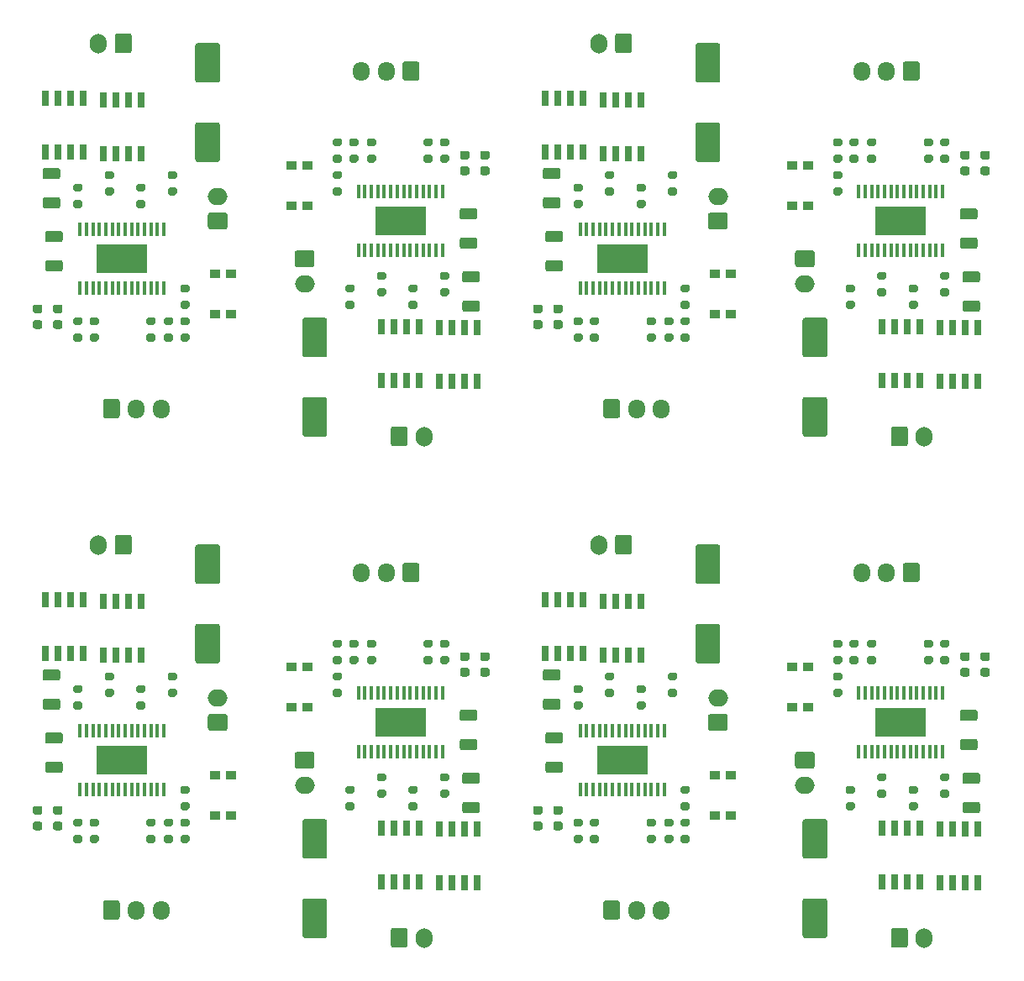
<source format=gts>
%TF.GenerationSoftware,KiCad,Pcbnew,(5.1.8)-1*%
%TF.CreationDate,2021-06-03T01:22:04+09:00*%
%TF.ProjectId,MiniMD,4d696e69-4d44-42e6-9b69-6361645f7063,rev?*%
%TF.SameCoordinates,Original*%
%TF.FileFunction,Soldermask,Top*%
%TF.FilePolarity,Negative*%
%FSLAX46Y46*%
G04 Gerber Fmt 4.6, Leading zero omitted, Abs format (unit mm)*
G04 Created by KiCad (PCBNEW (5.1.8)-1) date 2021-06-03 01:22:04*
%MOMM*%
%LPD*%
G01*
G04 APERTURE LIST*
%ADD10R,0.700000X1.525000*%
%ADD11R,0.450000X1.475000*%
%ADD12R,5.080000X3.000000*%
%ADD13O,2.000000X1.700000*%
%ADD14O,1.700000X1.950000*%
%ADD15O,1.700000X2.000000*%
%ADD16R,1.000000X0.900000*%
G04 APERTURE END LIST*
D10*
%TO.C,IC1*%
X155321000Y-125140000D03*
X156591000Y-125140000D03*
X157861000Y-125140000D03*
X159131000Y-125140000D03*
X159131000Y-119716000D03*
X157861000Y-119716000D03*
X156591000Y-119716000D03*
X155321000Y-119716000D03*
%TD*%
%TO.C,IC2*%
X161163000Y-125267000D03*
X162433000Y-125267000D03*
X163703000Y-125267000D03*
X164973000Y-125267000D03*
X164973000Y-119843000D03*
X163703000Y-119843000D03*
X162433000Y-119843000D03*
X161163000Y-119843000D03*
%TD*%
%TO.C,IC2*%
X193040000Y-148127000D03*
X191770000Y-148127000D03*
X190500000Y-148127000D03*
X189230000Y-148127000D03*
X189230000Y-142703000D03*
X190500000Y-142703000D03*
X191770000Y-142703000D03*
X193040000Y-142703000D03*
%TD*%
%TO.C,IC1*%
X198882000Y-148254000D03*
X197612000Y-148254000D03*
X196342000Y-148254000D03*
X195072000Y-148254000D03*
X195072000Y-142830000D03*
X196342000Y-142830000D03*
X197612000Y-142830000D03*
X198882000Y-142830000D03*
%TD*%
%TO.C,IC1*%
X205740000Y-119716000D03*
X207010000Y-119716000D03*
X208280000Y-119716000D03*
X209550000Y-119716000D03*
X209550000Y-125140000D03*
X208280000Y-125140000D03*
X207010000Y-125140000D03*
X205740000Y-125140000D03*
%TD*%
%TO.C,IC2*%
X211582000Y-119843000D03*
X212852000Y-119843000D03*
X214122000Y-119843000D03*
X215392000Y-119843000D03*
X215392000Y-125267000D03*
X214122000Y-125267000D03*
X212852000Y-125267000D03*
X211582000Y-125267000D03*
%TD*%
%TO.C,IC2*%
X243459000Y-142703000D03*
X242189000Y-142703000D03*
X240919000Y-142703000D03*
X239649000Y-142703000D03*
X239649000Y-148127000D03*
X240919000Y-148127000D03*
X242189000Y-148127000D03*
X243459000Y-148127000D03*
%TD*%
%TO.C,IC1*%
X249301000Y-142830000D03*
X248031000Y-142830000D03*
X246761000Y-142830000D03*
X245491000Y-142830000D03*
X245491000Y-148254000D03*
X246761000Y-148254000D03*
X248031000Y-148254000D03*
X249301000Y-148254000D03*
%TD*%
%TO.C,IC1*%
X249301000Y-97708000D03*
X248031000Y-97708000D03*
X246761000Y-97708000D03*
X245491000Y-97708000D03*
X245491000Y-92284000D03*
X246761000Y-92284000D03*
X248031000Y-92284000D03*
X249301000Y-92284000D03*
%TD*%
%TO.C,IC2*%
X243459000Y-97581000D03*
X242189000Y-97581000D03*
X240919000Y-97581000D03*
X239649000Y-97581000D03*
X239649000Y-92157000D03*
X240919000Y-92157000D03*
X242189000Y-92157000D03*
X243459000Y-92157000D03*
%TD*%
%TO.C,IC2*%
X211582000Y-74721000D03*
X212852000Y-74721000D03*
X214122000Y-74721000D03*
X215392000Y-74721000D03*
X215392000Y-69297000D03*
X214122000Y-69297000D03*
X212852000Y-69297000D03*
X211582000Y-69297000D03*
%TD*%
%TO.C,IC1*%
X205740000Y-74594000D03*
X207010000Y-74594000D03*
X208280000Y-74594000D03*
X209550000Y-74594000D03*
X209550000Y-69170000D03*
X208280000Y-69170000D03*
X207010000Y-69170000D03*
X205740000Y-69170000D03*
%TD*%
%TO.C,IC1*%
X198882000Y-92284000D03*
X197612000Y-92284000D03*
X196342000Y-92284000D03*
X195072000Y-92284000D03*
X195072000Y-97708000D03*
X196342000Y-97708000D03*
X197612000Y-97708000D03*
X198882000Y-97708000D03*
%TD*%
%TO.C,IC2*%
X193040000Y-92157000D03*
X191770000Y-92157000D03*
X190500000Y-92157000D03*
X189230000Y-92157000D03*
X189230000Y-97581000D03*
X190500000Y-97581000D03*
X191770000Y-97581000D03*
X193040000Y-97581000D03*
%TD*%
%TO.C,IC1*%
X155321000Y-69170000D03*
X156591000Y-69170000D03*
X157861000Y-69170000D03*
X159131000Y-69170000D03*
X159131000Y-74594000D03*
X157861000Y-74594000D03*
X156591000Y-74594000D03*
X155321000Y-74594000D03*
%TD*%
%TO.C,IC2*%
X161163000Y-69297000D03*
X162433000Y-69297000D03*
X163703000Y-69297000D03*
X164973000Y-69297000D03*
X164973000Y-74721000D03*
X163703000Y-74721000D03*
X162433000Y-74721000D03*
X161163000Y-74721000D03*
%TD*%
D11*
%TO.C,IC3*%
X167293000Y-132952000D03*
X166643000Y-132952000D03*
X165993000Y-132952000D03*
X165343000Y-132952000D03*
X164693000Y-132952000D03*
X164043000Y-132952000D03*
X163393000Y-132952000D03*
X162743000Y-132952000D03*
X162093000Y-132952000D03*
X161443000Y-132952000D03*
X160793000Y-132952000D03*
X160143000Y-132952000D03*
X159493000Y-132952000D03*
X158843000Y-132952000D03*
X158843000Y-138828000D03*
X159493000Y-138828000D03*
X160143000Y-138828000D03*
X160793000Y-138828000D03*
X161443000Y-138828000D03*
X162093000Y-138828000D03*
X162743000Y-138828000D03*
X163393000Y-138828000D03*
X164043000Y-138828000D03*
X164693000Y-138828000D03*
X165343000Y-138828000D03*
X165993000Y-138828000D03*
X166643000Y-138828000D03*
X167293000Y-138828000D03*
D12*
X163068000Y-135890000D03*
%TD*%
%TO.C,IC3*%
X191135000Y-132080000D03*
D11*
X186910000Y-129142000D03*
X187560000Y-129142000D03*
X188210000Y-129142000D03*
X188860000Y-129142000D03*
X189510000Y-129142000D03*
X190160000Y-129142000D03*
X190810000Y-129142000D03*
X191460000Y-129142000D03*
X192110000Y-129142000D03*
X192760000Y-129142000D03*
X193410000Y-129142000D03*
X194060000Y-129142000D03*
X194710000Y-129142000D03*
X195360000Y-129142000D03*
X195360000Y-135018000D03*
X194710000Y-135018000D03*
X194060000Y-135018000D03*
X193410000Y-135018000D03*
X192760000Y-135018000D03*
X192110000Y-135018000D03*
X191460000Y-135018000D03*
X190810000Y-135018000D03*
X190160000Y-135018000D03*
X189510000Y-135018000D03*
X188860000Y-135018000D03*
X188210000Y-135018000D03*
X187560000Y-135018000D03*
X186910000Y-135018000D03*
%TD*%
D12*
%TO.C,IC3*%
X213487000Y-135890000D03*
D11*
X217712000Y-138828000D03*
X217062000Y-138828000D03*
X216412000Y-138828000D03*
X215762000Y-138828000D03*
X215112000Y-138828000D03*
X214462000Y-138828000D03*
X213812000Y-138828000D03*
X213162000Y-138828000D03*
X212512000Y-138828000D03*
X211862000Y-138828000D03*
X211212000Y-138828000D03*
X210562000Y-138828000D03*
X209912000Y-138828000D03*
X209262000Y-138828000D03*
X209262000Y-132952000D03*
X209912000Y-132952000D03*
X210562000Y-132952000D03*
X211212000Y-132952000D03*
X211862000Y-132952000D03*
X212512000Y-132952000D03*
X213162000Y-132952000D03*
X213812000Y-132952000D03*
X214462000Y-132952000D03*
X215112000Y-132952000D03*
X215762000Y-132952000D03*
X216412000Y-132952000D03*
X217062000Y-132952000D03*
X217712000Y-132952000D03*
%TD*%
%TO.C,IC3*%
X237329000Y-135018000D03*
X237979000Y-135018000D03*
X238629000Y-135018000D03*
X239279000Y-135018000D03*
X239929000Y-135018000D03*
X240579000Y-135018000D03*
X241229000Y-135018000D03*
X241879000Y-135018000D03*
X242529000Y-135018000D03*
X243179000Y-135018000D03*
X243829000Y-135018000D03*
X244479000Y-135018000D03*
X245129000Y-135018000D03*
X245779000Y-135018000D03*
X245779000Y-129142000D03*
X245129000Y-129142000D03*
X244479000Y-129142000D03*
X243829000Y-129142000D03*
X243179000Y-129142000D03*
X242529000Y-129142000D03*
X241879000Y-129142000D03*
X241229000Y-129142000D03*
X240579000Y-129142000D03*
X239929000Y-129142000D03*
X239279000Y-129142000D03*
X238629000Y-129142000D03*
X237979000Y-129142000D03*
X237329000Y-129142000D03*
D12*
X241554000Y-132080000D03*
%TD*%
%TO.C,IC3*%
X241554000Y-81534000D03*
D11*
X237329000Y-78596000D03*
X237979000Y-78596000D03*
X238629000Y-78596000D03*
X239279000Y-78596000D03*
X239929000Y-78596000D03*
X240579000Y-78596000D03*
X241229000Y-78596000D03*
X241879000Y-78596000D03*
X242529000Y-78596000D03*
X243179000Y-78596000D03*
X243829000Y-78596000D03*
X244479000Y-78596000D03*
X245129000Y-78596000D03*
X245779000Y-78596000D03*
X245779000Y-84472000D03*
X245129000Y-84472000D03*
X244479000Y-84472000D03*
X243829000Y-84472000D03*
X243179000Y-84472000D03*
X242529000Y-84472000D03*
X241879000Y-84472000D03*
X241229000Y-84472000D03*
X240579000Y-84472000D03*
X239929000Y-84472000D03*
X239279000Y-84472000D03*
X238629000Y-84472000D03*
X237979000Y-84472000D03*
X237329000Y-84472000D03*
%TD*%
%TO.C,IC3*%
X217712000Y-82406000D03*
X217062000Y-82406000D03*
X216412000Y-82406000D03*
X215762000Y-82406000D03*
X215112000Y-82406000D03*
X214462000Y-82406000D03*
X213812000Y-82406000D03*
X213162000Y-82406000D03*
X212512000Y-82406000D03*
X211862000Y-82406000D03*
X211212000Y-82406000D03*
X210562000Y-82406000D03*
X209912000Y-82406000D03*
X209262000Y-82406000D03*
X209262000Y-88282000D03*
X209912000Y-88282000D03*
X210562000Y-88282000D03*
X211212000Y-88282000D03*
X211862000Y-88282000D03*
X212512000Y-88282000D03*
X213162000Y-88282000D03*
X213812000Y-88282000D03*
X214462000Y-88282000D03*
X215112000Y-88282000D03*
X215762000Y-88282000D03*
X216412000Y-88282000D03*
X217062000Y-88282000D03*
X217712000Y-88282000D03*
D12*
X213487000Y-85344000D03*
%TD*%
D11*
%TO.C,IC3*%
X186910000Y-84472000D03*
X187560000Y-84472000D03*
X188210000Y-84472000D03*
X188860000Y-84472000D03*
X189510000Y-84472000D03*
X190160000Y-84472000D03*
X190810000Y-84472000D03*
X191460000Y-84472000D03*
X192110000Y-84472000D03*
X192760000Y-84472000D03*
X193410000Y-84472000D03*
X194060000Y-84472000D03*
X194710000Y-84472000D03*
X195360000Y-84472000D03*
X195360000Y-78596000D03*
X194710000Y-78596000D03*
X194060000Y-78596000D03*
X193410000Y-78596000D03*
X192760000Y-78596000D03*
X192110000Y-78596000D03*
X191460000Y-78596000D03*
X190810000Y-78596000D03*
X190160000Y-78596000D03*
X189510000Y-78596000D03*
X188860000Y-78596000D03*
X188210000Y-78596000D03*
X187560000Y-78596000D03*
X186910000Y-78596000D03*
D12*
X191135000Y-81534000D03*
%TD*%
%TO.C,IC3*%
X163068000Y-85344000D03*
D11*
X167293000Y-88282000D03*
X166643000Y-88282000D03*
X165993000Y-88282000D03*
X165343000Y-88282000D03*
X164693000Y-88282000D03*
X164043000Y-88282000D03*
X163393000Y-88282000D03*
X162743000Y-88282000D03*
X162093000Y-88282000D03*
X161443000Y-88282000D03*
X160793000Y-88282000D03*
X160143000Y-88282000D03*
X159493000Y-88282000D03*
X158843000Y-88282000D03*
X158843000Y-82406000D03*
X159493000Y-82406000D03*
X160143000Y-82406000D03*
X160793000Y-82406000D03*
X161443000Y-82406000D03*
X162093000Y-82406000D03*
X162743000Y-82406000D03*
X163393000Y-82406000D03*
X164043000Y-82406000D03*
X164693000Y-82406000D03*
X165343000Y-82406000D03*
X165993000Y-82406000D03*
X166643000Y-82406000D03*
X167293000Y-82406000D03*
%TD*%
%TO.C,R9*%
G36*
G01*
X158348000Y-91231000D02*
X158898000Y-91231000D01*
G75*
G02*
X159098000Y-91431000I0J-200000D01*
G01*
X159098000Y-91831000D01*
G75*
G02*
X158898000Y-92031000I-200000J0D01*
G01*
X158348000Y-92031000D01*
G75*
G02*
X158148000Y-91831000I0J200000D01*
G01*
X158148000Y-91431000D01*
G75*
G02*
X158348000Y-91231000I200000J0D01*
G01*
G37*
G36*
G01*
X158348000Y-92881000D02*
X158898000Y-92881000D01*
G75*
G02*
X159098000Y-93081000I0J-200000D01*
G01*
X159098000Y-93481000D01*
G75*
G02*
X158898000Y-93681000I-200000J0D01*
G01*
X158348000Y-93681000D01*
G75*
G02*
X158148000Y-93481000I0J200000D01*
G01*
X158148000Y-93081000D01*
G75*
G02*
X158348000Y-92881000I200000J0D01*
G01*
G37*
%TD*%
%TO.C,C1*%
G36*
G01*
X170704000Y-63596000D02*
X172704000Y-63596000D01*
G75*
G02*
X172954000Y-63846000I0J-250000D01*
G01*
X172954000Y-67346000D01*
G75*
G02*
X172704000Y-67596000I-250000J0D01*
G01*
X170704000Y-67596000D01*
G75*
G02*
X170454000Y-67346000I0J250000D01*
G01*
X170454000Y-63846000D01*
G75*
G02*
X170704000Y-63596000I250000J0D01*
G01*
G37*
G36*
G01*
X170704000Y-71596000D02*
X172704000Y-71596000D01*
G75*
G02*
X172954000Y-71846000I0J-250000D01*
G01*
X172954000Y-75346000D01*
G75*
G02*
X172704000Y-75596000I-250000J0D01*
G01*
X170704000Y-75596000D01*
G75*
G02*
X170454000Y-75346000I0J250000D01*
G01*
X170454000Y-71846000D01*
G75*
G02*
X170704000Y-71596000I250000J0D01*
G01*
G37*
%TD*%
%TO.C,R8*%
G36*
G01*
X165248000Y-80219000D02*
X164698000Y-80219000D01*
G75*
G02*
X164498000Y-80019000I0J200000D01*
G01*
X164498000Y-79619000D01*
G75*
G02*
X164698000Y-79419000I200000J0D01*
G01*
X165248000Y-79419000D01*
G75*
G02*
X165448000Y-79619000I0J-200000D01*
G01*
X165448000Y-80019000D01*
G75*
G02*
X165248000Y-80219000I-200000J0D01*
G01*
G37*
G36*
G01*
X165248000Y-78569000D02*
X164698000Y-78569000D01*
G75*
G02*
X164498000Y-78369000I0J200000D01*
G01*
X164498000Y-77969000D01*
G75*
G02*
X164698000Y-77769000I200000J0D01*
G01*
X165248000Y-77769000D01*
G75*
G02*
X165448000Y-77969000I0J-200000D01*
G01*
X165448000Y-78369000D01*
G75*
G02*
X165248000Y-78569000I-200000J0D01*
G01*
G37*
%TD*%
%TO.C,J1*%
G36*
G01*
X173470000Y-82384000D02*
X171970000Y-82384000D01*
G75*
G02*
X171720000Y-82134000I0J250000D01*
G01*
X171720000Y-80934000D01*
G75*
G02*
X171970000Y-80684000I250000J0D01*
G01*
X173470000Y-80684000D01*
G75*
G02*
X173720000Y-80934000I0J-250000D01*
G01*
X173720000Y-82134000D01*
G75*
G02*
X173470000Y-82384000I-250000J0D01*
G01*
G37*
D13*
X172720000Y-79034000D03*
%TD*%
%TO.C,R15*%
G36*
G01*
X169693000Y-90379000D02*
X169143000Y-90379000D01*
G75*
G02*
X168943000Y-90179000I0J200000D01*
G01*
X168943000Y-89779000D01*
G75*
G02*
X169143000Y-89579000I200000J0D01*
G01*
X169693000Y-89579000D01*
G75*
G02*
X169893000Y-89779000I0J-200000D01*
G01*
X169893000Y-90179000D01*
G75*
G02*
X169693000Y-90379000I-200000J0D01*
G01*
G37*
G36*
G01*
X169693000Y-88729000D02*
X169143000Y-88729000D01*
G75*
G02*
X168943000Y-88529000I0J200000D01*
G01*
X168943000Y-88129000D01*
G75*
G02*
X169143000Y-87929000I200000J0D01*
G01*
X169693000Y-87929000D01*
G75*
G02*
X169893000Y-88129000I0J-200000D01*
G01*
X169893000Y-88529000D01*
G75*
G02*
X169693000Y-88729000I-200000J0D01*
G01*
G37*
%TD*%
%TO.C,J2*%
G36*
G01*
X161150000Y-101179000D02*
X161150000Y-99729000D01*
G75*
G02*
X161400000Y-99479000I250000J0D01*
G01*
X162600000Y-99479000D01*
G75*
G02*
X162850000Y-99729000I0J-250000D01*
G01*
X162850000Y-101179000D01*
G75*
G02*
X162600000Y-101429000I-250000J0D01*
G01*
X161400000Y-101429000D01*
G75*
G02*
X161150000Y-101179000I0J250000D01*
G01*
G37*
D14*
X164500000Y-100454000D03*
X167000000Y-100454000D03*
%TD*%
D15*
%TO.C,J3*%
X193508000Y-103251000D03*
G36*
G01*
X190158000Y-104001000D02*
X190158000Y-102501000D01*
G75*
G02*
X190408000Y-102251000I250000J0D01*
G01*
X191608000Y-102251000D01*
G75*
G02*
X191858000Y-102501000I0J-250000D01*
G01*
X191858000Y-104001000D01*
G75*
G02*
X191608000Y-104251000I-250000J0D01*
G01*
X190408000Y-104251000D01*
G75*
G02*
X190158000Y-104001000I0J250000D01*
G01*
G37*
%TD*%
%TO.C,J3*%
G36*
G01*
X164045000Y-62877000D02*
X164045000Y-64377000D01*
G75*
G02*
X163795000Y-64627000I-250000J0D01*
G01*
X162595000Y-64627000D01*
G75*
G02*
X162345000Y-64377000I0J250000D01*
G01*
X162345000Y-62877000D01*
G75*
G02*
X162595000Y-62627000I250000J0D01*
G01*
X163795000Y-62627000D01*
G75*
G02*
X164045000Y-62877000I0J-250000D01*
G01*
G37*
X160695000Y-63627000D03*
%TD*%
%TO.C,D2*%
G36*
G01*
X156334750Y-89961000D02*
X156847250Y-89961000D01*
G75*
G02*
X157066000Y-90179750I0J-218750D01*
G01*
X157066000Y-90617250D01*
G75*
G02*
X156847250Y-90836000I-218750J0D01*
G01*
X156334750Y-90836000D01*
G75*
G02*
X156116000Y-90617250I0J218750D01*
G01*
X156116000Y-90179750D01*
G75*
G02*
X156334750Y-89961000I218750J0D01*
G01*
G37*
G36*
G01*
X156334750Y-91536000D02*
X156847250Y-91536000D01*
G75*
G02*
X157066000Y-91754750I0J-218750D01*
G01*
X157066000Y-92192250D01*
G75*
G02*
X156847250Y-92411000I-218750J0D01*
G01*
X156334750Y-92411000D01*
G75*
G02*
X156116000Y-92192250I0J218750D01*
G01*
X156116000Y-91754750D01*
G75*
G02*
X156334750Y-91536000I218750J0D01*
G01*
G37*
%TD*%
%TO.C,R5*%
G36*
G01*
X158898000Y-80219000D02*
X158348000Y-80219000D01*
G75*
G02*
X158148000Y-80019000I0J200000D01*
G01*
X158148000Y-79619000D01*
G75*
G02*
X158348000Y-79419000I200000J0D01*
G01*
X158898000Y-79419000D01*
G75*
G02*
X159098000Y-79619000I0J-200000D01*
G01*
X159098000Y-80019000D01*
G75*
G02*
X158898000Y-80219000I-200000J0D01*
G01*
G37*
G36*
G01*
X158898000Y-78569000D02*
X158348000Y-78569000D01*
G75*
G02*
X158148000Y-78369000I0J200000D01*
G01*
X158148000Y-77969000D01*
G75*
G02*
X158348000Y-77769000I200000J0D01*
G01*
X158898000Y-77769000D01*
G75*
G02*
X159098000Y-77969000I0J-200000D01*
G01*
X159098000Y-78369000D01*
G75*
G02*
X158898000Y-78569000I-200000J0D01*
G01*
G37*
%TD*%
%TO.C,R3*%
G36*
G01*
X186161000Y-74847000D02*
X186711000Y-74847000D01*
G75*
G02*
X186911000Y-75047000I0J-200000D01*
G01*
X186911000Y-75447000D01*
G75*
G02*
X186711000Y-75647000I-200000J0D01*
G01*
X186161000Y-75647000D01*
G75*
G02*
X185961000Y-75447000I0J200000D01*
G01*
X185961000Y-75047000D01*
G75*
G02*
X186161000Y-74847000I200000J0D01*
G01*
G37*
G36*
G01*
X186161000Y-73197000D02*
X186711000Y-73197000D01*
G75*
G02*
X186911000Y-73397000I0J-200000D01*
G01*
X186911000Y-73797000D01*
G75*
G02*
X186711000Y-73997000I-200000J0D01*
G01*
X186161000Y-73997000D01*
G75*
G02*
X185961000Y-73797000I0J200000D01*
G01*
X185961000Y-73397000D01*
G75*
G02*
X186161000Y-73197000I200000J0D01*
G01*
G37*
%TD*%
%TO.C,R15*%
G36*
G01*
X184510000Y-78149000D02*
X185060000Y-78149000D01*
G75*
G02*
X185260000Y-78349000I0J-200000D01*
G01*
X185260000Y-78749000D01*
G75*
G02*
X185060000Y-78949000I-200000J0D01*
G01*
X184510000Y-78949000D01*
G75*
G02*
X184310000Y-78749000I0J200000D01*
G01*
X184310000Y-78349000D01*
G75*
G02*
X184510000Y-78149000I200000J0D01*
G01*
G37*
G36*
G01*
X184510000Y-76499000D02*
X185060000Y-76499000D01*
G75*
G02*
X185260000Y-76699000I0J-200000D01*
G01*
X185260000Y-77099000D01*
G75*
G02*
X185060000Y-77299000I-200000J0D01*
G01*
X184510000Y-77299000D01*
G75*
G02*
X184310000Y-77099000I0J200000D01*
G01*
X184310000Y-76699000D01*
G75*
G02*
X184510000Y-76499000I200000J0D01*
G01*
G37*
%TD*%
%TO.C,R16*%
G36*
G01*
X185060000Y-73997000D02*
X184510000Y-73997000D01*
G75*
G02*
X184310000Y-73797000I0J200000D01*
G01*
X184310000Y-73397000D01*
G75*
G02*
X184510000Y-73197000I200000J0D01*
G01*
X185060000Y-73197000D01*
G75*
G02*
X185260000Y-73397000I0J-200000D01*
G01*
X185260000Y-73797000D01*
G75*
G02*
X185060000Y-73997000I-200000J0D01*
G01*
G37*
G36*
G01*
X185060000Y-75647000D02*
X184510000Y-75647000D01*
G75*
G02*
X184310000Y-75447000I0J200000D01*
G01*
X184310000Y-75047000D01*
G75*
G02*
X184510000Y-74847000I200000J0D01*
G01*
X185060000Y-74847000D01*
G75*
G02*
X185260000Y-75047000I0J-200000D01*
G01*
X185260000Y-75447000D01*
G75*
G02*
X185060000Y-75647000I-200000J0D01*
G01*
G37*
%TD*%
%TO.C,R16*%
G36*
G01*
X169143000Y-91231000D02*
X169693000Y-91231000D01*
G75*
G02*
X169893000Y-91431000I0J-200000D01*
G01*
X169893000Y-91831000D01*
G75*
G02*
X169693000Y-92031000I-200000J0D01*
G01*
X169143000Y-92031000D01*
G75*
G02*
X168943000Y-91831000I0J200000D01*
G01*
X168943000Y-91431000D01*
G75*
G02*
X169143000Y-91231000I200000J0D01*
G01*
G37*
G36*
G01*
X169143000Y-92881000D02*
X169693000Y-92881000D01*
G75*
G02*
X169893000Y-93081000I0J-200000D01*
G01*
X169893000Y-93481000D01*
G75*
G02*
X169693000Y-93681000I-200000J0D01*
G01*
X169143000Y-93681000D01*
G75*
G02*
X168943000Y-93481000I0J200000D01*
G01*
X168943000Y-93081000D01*
G75*
G02*
X169143000Y-92881000I200000J0D01*
G01*
G37*
%TD*%
%TO.C,R10*%
G36*
G01*
X165714000Y-91231000D02*
X166264000Y-91231000D01*
G75*
G02*
X166464000Y-91431000I0J-200000D01*
G01*
X166464000Y-91831000D01*
G75*
G02*
X166264000Y-92031000I-200000J0D01*
G01*
X165714000Y-92031000D01*
G75*
G02*
X165514000Y-91831000I0J200000D01*
G01*
X165514000Y-91431000D01*
G75*
G02*
X165714000Y-91231000I200000J0D01*
G01*
G37*
G36*
G01*
X165714000Y-92881000D02*
X166264000Y-92881000D01*
G75*
G02*
X166464000Y-93081000I0J-200000D01*
G01*
X166464000Y-93481000D01*
G75*
G02*
X166264000Y-93681000I-200000J0D01*
G01*
X165714000Y-93681000D01*
G75*
G02*
X165514000Y-93481000I0J200000D01*
G01*
X165514000Y-93081000D01*
G75*
G02*
X165714000Y-92881000I200000J0D01*
G01*
G37*
%TD*%
%TO.C,C3*%
G36*
G01*
X156606001Y-80282000D02*
X155305999Y-80282000D01*
G75*
G02*
X155056000Y-80032001I0J249999D01*
G01*
X155056000Y-79381999D01*
G75*
G02*
X155305999Y-79132000I249999J0D01*
G01*
X156606001Y-79132000D01*
G75*
G02*
X156856000Y-79381999I0J-249999D01*
G01*
X156856000Y-80032001D01*
G75*
G02*
X156606001Y-80282000I-249999J0D01*
G01*
G37*
G36*
G01*
X156606001Y-77332000D02*
X155305999Y-77332000D01*
G75*
G02*
X155056000Y-77082001I0J249999D01*
G01*
X155056000Y-76431999D01*
G75*
G02*
X155305999Y-76182000I249999J0D01*
G01*
X156606001Y-76182000D01*
G75*
G02*
X156856000Y-76431999I0J-249999D01*
G01*
X156856000Y-77082001D01*
G75*
G02*
X156606001Y-77332000I-249999J0D01*
G01*
G37*
%TD*%
%TO.C,D3*%
G36*
G01*
X154302750Y-89961000D02*
X154815250Y-89961000D01*
G75*
G02*
X155034000Y-90179750I0J-218750D01*
G01*
X155034000Y-90617250D01*
G75*
G02*
X154815250Y-90836000I-218750J0D01*
G01*
X154302750Y-90836000D01*
G75*
G02*
X154084000Y-90617250I0J218750D01*
G01*
X154084000Y-90179750D01*
G75*
G02*
X154302750Y-89961000I218750J0D01*
G01*
G37*
G36*
G01*
X154302750Y-91536000D02*
X154815250Y-91536000D01*
G75*
G02*
X155034000Y-91754750I0J-218750D01*
G01*
X155034000Y-92192250D01*
G75*
G02*
X154815250Y-92411000I-218750J0D01*
G01*
X154302750Y-92411000D01*
G75*
G02*
X154084000Y-92192250I0J218750D01*
G01*
X154084000Y-91754750D01*
G75*
G02*
X154302750Y-91536000I218750J0D01*
G01*
G37*
%TD*%
%TO.C,R11*%
G36*
G01*
X168423000Y-78949000D02*
X167873000Y-78949000D01*
G75*
G02*
X167673000Y-78749000I0J200000D01*
G01*
X167673000Y-78349000D01*
G75*
G02*
X167873000Y-78149000I200000J0D01*
G01*
X168423000Y-78149000D01*
G75*
G02*
X168623000Y-78349000I0J-200000D01*
G01*
X168623000Y-78749000D01*
G75*
G02*
X168423000Y-78949000I-200000J0D01*
G01*
G37*
G36*
G01*
X168423000Y-77299000D02*
X167873000Y-77299000D01*
G75*
G02*
X167673000Y-77099000I0J200000D01*
G01*
X167673000Y-76699000D01*
G75*
G02*
X167873000Y-76499000I200000J0D01*
G01*
X168423000Y-76499000D01*
G75*
G02*
X168623000Y-76699000I0J-200000D01*
G01*
X168623000Y-77099000D01*
G75*
G02*
X168423000Y-77299000I-200000J0D01*
G01*
G37*
%TD*%
%TO.C,R2*%
G36*
G01*
X159999000Y-91231000D02*
X160549000Y-91231000D01*
G75*
G02*
X160749000Y-91431000I0J-200000D01*
G01*
X160749000Y-91831000D01*
G75*
G02*
X160549000Y-92031000I-200000J0D01*
G01*
X159999000Y-92031000D01*
G75*
G02*
X159799000Y-91831000I0J200000D01*
G01*
X159799000Y-91431000D01*
G75*
G02*
X159999000Y-91231000I200000J0D01*
G01*
G37*
G36*
G01*
X159999000Y-92881000D02*
X160549000Y-92881000D01*
G75*
G02*
X160749000Y-93081000I0J-200000D01*
G01*
X160749000Y-93481000D01*
G75*
G02*
X160549000Y-93681000I-200000J0D01*
G01*
X159999000Y-93681000D01*
G75*
G02*
X159799000Y-93481000I0J200000D01*
G01*
X159799000Y-93081000D01*
G75*
G02*
X159999000Y-92881000I200000J0D01*
G01*
G37*
%TD*%
%TO.C,C4*%
G36*
G01*
X156860001Y-86632000D02*
X155559999Y-86632000D01*
G75*
G02*
X155310000Y-86382001I0J249999D01*
G01*
X155310000Y-85731999D01*
G75*
G02*
X155559999Y-85482000I249999J0D01*
G01*
X156860001Y-85482000D01*
G75*
G02*
X157110000Y-85731999I0J-249999D01*
G01*
X157110000Y-86382001D01*
G75*
G02*
X156860001Y-86632000I-249999J0D01*
G01*
G37*
G36*
G01*
X156860001Y-83682000D02*
X155559999Y-83682000D01*
G75*
G02*
X155310000Y-83432001I0J249999D01*
G01*
X155310000Y-82781999D01*
G75*
G02*
X155559999Y-82532000I249999J0D01*
G01*
X156860001Y-82532000D01*
G75*
G02*
X157110000Y-82781999I0J-249999D01*
G01*
X157110000Y-83432001D01*
G75*
G02*
X156860001Y-83682000I-249999J0D01*
G01*
G37*
%TD*%
%TO.C,R6*%
G36*
G01*
X162073000Y-78949000D02*
X161523000Y-78949000D01*
G75*
G02*
X161323000Y-78749000I0J200000D01*
G01*
X161323000Y-78349000D01*
G75*
G02*
X161523000Y-78149000I200000J0D01*
G01*
X162073000Y-78149000D01*
G75*
G02*
X162273000Y-78349000I0J-200000D01*
G01*
X162273000Y-78749000D01*
G75*
G02*
X162073000Y-78949000I-200000J0D01*
G01*
G37*
G36*
G01*
X162073000Y-77299000D02*
X161523000Y-77299000D01*
G75*
G02*
X161323000Y-77099000I0J200000D01*
G01*
X161323000Y-76699000D01*
G75*
G02*
X161523000Y-76499000I200000J0D01*
G01*
X162073000Y-76499000D01*
G75*
G02*
X162273000Y-76699000I0J-200000D01*
G01*
X162273000Y-77099000D01*
G75*
G02*
X162073000Y-77299000I-200000J0D01*
G01*
G37*
%TD*%
%TO.C,R5*%
G36*
G01*
X195305000Y-88309000D02*
X195855000Y-88309000D01*
G75*
G02*
X196055000Y-88509000I0J-200000D01*
G01*
X196055000Y-88909000D01*
G75*
G02*
X195855000Y-89109000I-200000J0D01*
G01*
X195305000Y-89109000D01*
G75*
G02*
X195105000Y-88909000I0J200000D01*
G01*
X195105000Y-88509000D01*
G75*
G02*
X195305000Y-88309000I200000J0D01*
G01*
G37*
G36*
G01*
X195305000Y-86659000D02*
X195855000Y-86659000D01*
G75*
G02*
X196055000Y-86859000I0J-200000D01*
G01*
X196055000Y-87259000D01*
G75*
G02*
X195855000Y-87459000I-200000J0D01*
G01*
X195305000Y-87459000D01*
G75*
G02*
X195105000Y-87259000I0J200000D01*
G01*
X195105000Y-86859000D01*
G75*
G02*
X195305000Y-86659000I200000J0D01*
G01*
G37*
%TD*%
%TO.C,R8*%
G36*
G01*
X188955000Y-88309000D02*
X189505000Y-88309000D01*
G75*
G02*
X189705000Y-88509000I0J-200000D01*
G01*
X189705000Y-88909000D01*
G75*
G02*
X189505000Y-89109000I-200000J0D01*
G01*
X188955000Y-89109000D01*
G75*
G02*
X188755000Y-88909000I0J200000D01*
G01*
X188755000Y-88509000D01*
G75*
G02*
X188955000Y-88309000I200000J0D01*
G01*
G37*
G36*
G01*
X188955000Y-86659000D02*
X189505000Y-86659000D01*
G75*
G02*
X189705000Y-86859000I0J-200000D01*
G01*
X189705000Y-87259000D01*
G75*
G02*
X189505000Y-87459000I-200000J0D01*
G01*
X188955000Y-87459000D01*
G75*
G02*
X188755000Y-87259000I0J200000D01*
G01*
X188755000Y-86859000D01*
G75*
G02*
X188955000Y-86659000I200000J0D01*
G01*
G37*
%TD*%
%TO.C,C3*%
G36*
G01*
X197596999Y-89546000D02*
X198897001Y-89546000D01*
G75*
G02*
X199147000Y-89795999I0J-249999D01*
G01*
X199147000Y-90446001D01*
G75*
G02*
X198897001Y-90696000I-249999J0D01*
G01*
X197596999Y-90696000D01*
G75*
G02*
X197347000Y-90446001I0J249999D01*
G01*
X197347000Y-89795999D01*
G75*
G02*
X197596999Y-89546000I249999J0D01*
G01*
G37*
G36*
G01*
X197596999Y-86596000D02*
X198897001Y-86596000D01*
G75*
G02*
X199147000Y-86845999I0J-249999D01*
G01*
X199147000Y-87496001D01*
G75*
G02*
X198897001Y-87746000I-249999J0D01*
G01*
X197596999Y-87746000D01*
G75*
G02*
X197347000Y-87496001I0J249999D01*
G01*
X197347000Y-86845999D01*
G75*
G02*
X197596999Y-86596000I249999J0D01*
G01*
G37*
%TD*%
%TO.C,R2*%
G36*
G01*
X194204000Y-73997000D02*
X193654000Y-73997000D01*
G75*
G02*
X193454000Y-73797000I0J200000D01*
G01*
X193454000Y-73397000D01*
G75*
G02*
X193654000Y-73197000I200000J0D01*
G01*
X194204000Y-73197000D01*
G75*
G02*
X194404000Y-73397000I0J-200000D01*
G01*
X194404000Y-73797000D01*
G75*
G02*
X194204000Y-73997000I-200000J0D01*
G01*
G37*
G36*
G01*
X194204000Y-75647000D02*
X193654000Y-75647000D01*
G75*
G02*
X193454000Y-75447000I0J200000D01*
G01*
X193454000Y-75047000D01*
G75*
G02*
X193654000Y-74847000I200000J0D01*
G01*
X194204000Y-74847000D01*
G75*
G02*
X194404000Y-75047000I0J-200000D01*
G01*
X194404000Y-75447000D01*
G75*
G02*
X194204000Y-75647000I-200000J0D01*
G01*
G37*
%TD*%
%TO.C,R11*%
G36*
G01*
X185780000Y-89579000D02*
X186330000Y-89579000D01*
G75*
G02*
X186530000Y-89779000I0J-200000D01*
G01*
X186530000Y-90179000D01*
G75*
G02*
X186330000Y-90379000I-200000J0D01*
G01*
X185780000Y-90379000D01*
G75*
G02*
X185580000Y-90179000I0J200000D01*
G01*
X185580000Y-89779000D01*
G75*
G02*
X185780000Y-89579000I200000J0D01*
G01*
G37*
G36*
G01*
X185780000Y-87929000D02*
X186330000Y-87929000D01*
G75*
G02*
X186530000Y-88129000I0J-200000D01*
G01*
X186530000Y-88529000D01*
G75*
G02*
X186330000Y-88729000I-200000J0D01*
G01*
X185780000Y-88729000D01*
G75*
G02*
X185580000Y-88529000I0J200000D01*
G01*
X185580000Y-88129000D01*
G75*
G02*
X185780000Y-87929000I200000J0D01*
G01*
G37*
%TD*%
%TO.C,C4*%
G36*
G01*
X197342999Y-83196000D02*
X198643001Y-83196000D01*
G75*
G02*
X198893000Y-83445999I0J-249999D01*
G01*
X198893000Y-84096001D01*
G75*
G02*
X198643001Y-84346000I-249999J0D01*
G01*
X197342999Y-84346000D01*
G75*
G02*
X197093000Y-84096001I0J249999D01*
G01*
X197093000Y-83445999D01*
G75*
G02*
X197342999Y-83196000I249999J0D01*
G01*
G37*
G36*
G01*
X197342999Y-80246000D02*
X198643001Y-80246000D01*
G75*
G02*
X198893000Y-80495999I0J-249999D01*
G01*
X198893000Y-81146001D01*
G75*
G02*
X198643001Y-81396000I-249999J0D01*
G01*
X197342999Y-81396000D01*
G75*
G02*
X197093000Y-81146001I0J249999D01*
G01*
X197093000Y-80495999D01*
G75*
G02*
X197342999Y-80246000I249999J0D01*
G01*
G37*
%TD*%
D16*
%TO.C,SW1*%
X181775000Y-75928000D03*
X180175000Y-75928000D03*
X181775000Y-80028000D03*
X180175000Y-80028000D03*
%TD*%
%TO.C,R3*%
G36*
G01*
X168042000Y-93681000D02*
X167492000Y-93681000D01*
G75*
G02*
X167292000Y-93481000I0J200000D01*
G01*
X167292000Y-93081000D01*
G75*
G02*
X167492000Y-92881000I200000J0D01*
G01*
X168042000Y-92881000D01*
G75*
G02*
X168242000Y-93081000I0J-200000D01*
G01*
X168242000Y-93481000D01*
G75*
G02*
X168042000Y-93681000I-200000J0D01*
G01*
G37*
G36*
G01*
X168042000Y-92031000D02*
X167492000Y-92031000D01*
G75*
G02*
X167292000Y-91831000I0J200000D01*
G01*
X167292000Y-91431000D01*
G75*
G02*
X167492000Y-91231000I200000J0D01*
G01*
X168042000Y-91231000D01*
G75*
G02*
X168242000Y-91431000I0J-200000D01*
G01*
X168242000Y-91831000D01*
G75*
G02*
X168042000Y-92031000I-200000J0D01*
G01*
G37*
%TD*%
%TO.C,SW1*%
X174028000Y-86850000D03*
X172428000Y-86850000D03*
X174028000Y-90950000D03*
X172428000Y-90950000D03*
%TD*%
D13*
%TO.C,J1*%
X181483000Y-87844000D03*
G36*
G01*
X180733000Y-84494000D02*
X182233000Y-84494000D01*
G75*
G02*
X182483000Y-84744000I0J-250000D01*
G01*
X182483000Y-85944000D01*
G75*
G02*
X182233000Y-86194000I-250000J0D01*
G01*
X180733000Y-86194000D01*
G75*
G02*
X180483000Y-85944000I0J250000D01*
G01*
X180483000Y-84744000D01*
G75*
G02*
X180733000Y-84494000I250000J0D01*
G01*
G37*
%TD*%
%TO.C,D3*%
G36*
G01*
X199900250Y-75342000D02*
X199387750Y-75342000D01*
G75*
G02*
X199169000Y-75123250I0J218750D01*
G01*
X199169000Y-74685750D01*
G75*
G02*
X199387750Y-74467000I218750J0D01*
G01*
X199900250Y-74467000D01*
G75*
G02*
X200119000Y-74685750I0J-218750D01*
G01*
X200119000Y-75123250D01*
G75*
G02*
X199900250Y-75342000I-218750J0D01*
G01*
G37*
G36*
G01*
X199900250Y-76917000D02*
X199387750Y-76917000D01*
G75*
G02*
X199169000Y-76698250I0J218750D01*
G01*
X199169000Y-76260750D01*
G75*
G02*
X199387750Y-76042000I218750J0D01*
G01*
X199900250Y-76042000D01*
G75*
G02*
X200119000Y-76260750I0J-218750D01*
G01*
X200119000Y-76698250D01*
G75*
G02*
X199900250Y-76917000I-218750J0D01*
G01*
G37*
%TD*%
D14*
%TO.C,J2*%
X187203000Y-66424000D03*
X189703000Y-66424000D03*
G36*
G01*
X193053000Y-65699000D02*
X193053000Y-67149000D01*
G75*
G02*
X192803000Y-67399000I-250000J0D01*
G01*
X191603000Y-67399000D01*
G75*
G02*
X191353000Y-67149000I0J250000D01*
G01*
X191353000Y-65699000D01*
G75*
G02*
X191603000Y-65449000I250000J0D01*
G01*
X192803000Y-65449000D01*
G75*
G02*
X193053000Y-65699000I0J-250000D01*
G01*
G37*
%TD*%
%TO.C,R9*%
G36*
G01*
X195855000Y-73997000D02*
X195305000Y-73997000D01*
G75*
G02*
X195105000Y-73797000I0J200000D01*
G01*
X195105000Y-73397000D01*
G75*
G02*
X195305000Y-73197000I200000J0D01*
G01*
X195855000Y-73197000D01*
G75*
G02*
X196055000Y-73397000I0J-200000D01*
G01*
X196055000Y-73797000D01*
G75*
G02*
X195855000Y-73997000I-200000J0D01*
G01*
G37*
G36*
G01*
X195855000Y-75647000D02*
X195305000Y-75647000D01*
G75*
G02*
X195105000Y-75447000I0J200000D01*
G01*
X195105000Y-75047000D01*
G75*
G02*
X195305000Y-74847000I200000J0D01*
G01*
X195855000Y-74847000D01*
G75*
G02*
X196055000Y-75047000I0J-200000D01*
G01*
X196055000Y-75447000D01*
G75*
G02*
X195855000Y-75647000I-200000J0D01*
G01*
G37*
%TD*%
%TO.C,R6*%
G36*
G01*
X192130000Y-89579000D02*
X192680000Y-89579000D01*
G75*
G02*
X192880000Y-89779000I0J-200000D01*
G01*
X192880000Y-90179000D01*
G75*
G02*
X192680000Y-90379000I-200000J0D01*
G01*
X192130000Y-90379000D01*
G75*
G02*
X191930000Y-90179000I0J200000D01*
G01*
X191930000Y-89779000D01*
G75*
G02*
X192130000Y-89579000I200000J0D01*
G01*
G37*
G36*
G01*
X192130000Y-87929000D02*
X192680000Y-87929000D01*
G75*
G02*
X192880000Y-88129000I0J-200000D01*
G01*
X192880000Y-88529000D01*
G75*
G02*
X192680000Y-88729000I-200000J0D01*
G01*
X192130000Y-88729000D01*
G75*
G02*
X191930000Y-88529000I0J200000D01*
G01*
X191930000Y-88129000D01*
G75*
G02*
X192130000Y-87929000I200000J0D01*
G01*
G37*
%TD*%
%TO.C,D2*%
G36*
G01*
X197868250Y-75342000D02*
X197355750Y-75342000D01*
G75*
G02*
X197137000Y-75123250I0J218750D01*
G01*
X197137000Y-74685750D01*
G75*
G02*
X197355750Y-74467000I218750J0D01*
G01*
X197868250Y-74467000D01*
G75*
G02*
X198087000Y-74685750I0J-218750D01*
G01*
X198087000Y-75123250D01*
G75*
G02*
X197868250Y-75342000I-218750J0D01*
G01*
G37*
G36*
G01*
X197868250Y-76917000D02*
X197355750Y-76917000D01*
G75*
G02*
X197137000Y-76698250I0J218750D01*
G01*
X197137000Y-76260750D01*
G75*
G02*
X197355750Y-76042000I218750J0D01*
G01*
X197868250Y-76042000D01*
G75*
G02*
X198087000Y-76260750I0J-218750D01*
G01*
X198087000Y-76698250D01*
G75*
G02*
X197868250Y-76917000I-218750J0D01*
G01*
G37*
%TD*%
%TO.C,C1*%
G36*
G01*
X183499000Y-95282000D02*
X181499000Y-95282000D01*
G75*
G02*
X181249000Y-95032000I0J250000D01*
G01*
X181249000Y-91532000D01*
G75*
G02*
X181499000Y-91282000I250000J0D01*
G01*
X183499000Y-91282000D01*
G75*
G02*
X183749000Y-91532000I0J-250000D01*
G01*
X183749000Y-95032000D01*
G75*
G02*
X183499000Y-95282000I-250000J0D01*
G01*
G37*
G36*
G01*
X183499000Y-103282000D02*
X181499000Y-103282000D01*
G75*
G02*
X181249000Y-103032000I0J250000D01*
G01*
X181249000Y-99532000D01*
G75*
G02*
X181499000Y-99282000I250000J0D01*
G01*
X183499000Y-99282000D01*
G75*
G02*
X183749000Y-99532000I0J-250000D01*
G01*
X183749000Y-103032000D01*
G75*
G02*
X183499000Y-103282000I-250000J0D01*
G01*
G37*
%TD*%
%TO.C,R10*%
G36*
G01*
X188489000Y-73997000D02*
X187939000Y-73997000D01*
G75*
G02*
X187739000Y-73797000I0J200000D01*
G01*
X187739000Y-73397000D01*
G75*
G02*
X187939000Y-73197000I200000J0D01*
G01*
X188489000Y-73197000D01*
G75*
G02*
X188689000Y-73397000I0J-200000D01*
G01*
X188689000Y-73797000D01*
G75*
G02*
X188489000Y-73997000I-200000J0D01*
G01*
G37*
G36*
G01*
X188489000Y-75647000D02*
X187939000Y-75647000D01*
G75*
G02*
X187739000Y-75447000I0J200000D01*
G01*
X187739000Y-75047000D01*
G75*
G02*
X187939000Y-74847000I200000J0D01*
G01*
X188489000Y-74847000D01*
G75*
G02*
X188689000Y-75047000I0J-200000D01*
G01*
X188689000Y-75447000D01*
G75*
G02*
X188489000Y-75647000I-200000J0D01*
G01*
G37*
%TD*%
%TO.C,R9*%
G36*
G01*
X208767000Y-92881000D02*
X209317000Y-92881000D01*
G75*
G02*
X209517000Y-93081000I0J-200000D01*
G01*
X209517000Y-93481000D01*
G75*
G02*
X209317000Y-93681000I-200000J0D01*
G01*
X208767000Y-93681000D01*
G75*
G02*
X208567000Y-93481000I0J200000D01*
G01*
X208567000Y-93081000D01*
G75*
G02*
X208767000Y-92881000I200000J0D01*
G01*
G37*
G36*
G01*
X208767000Y-91231000D02*
X209317000Y-91231000D01*
G75*
G02*
X209517000Y-91431000I0J-200000D01*
G01*
X209517000Y-91831000D01*
G75*
G02*
X209317000Y-92031000I-200000J0D01*
G01*
X208767000Y-92031000D01*
G75*
G02*
X208567000Y-91831000I0J200000D01*
G01*
X208567000Y-91431000D01*
G75*
G02*
X208767000Y-91231000I200000J0D01*
G01*
G37*
%TD*%
%TO.C,C1*%
G36*
G01*
X221123000Y-71596000D02*
X223123000Y-71596000D01*
G75*
G02*
X223373000Y-71846000I0J-250000D01*
G01*
X223373000Y-75346000D01*
G75*
G02*
X223123000Y-75596000I-250000J0D01*
G01*
X221123000Y-75596000D01*
G75*
G02*
X220873000Y-75346000I0J250000D01*
G01*
X220873000Y-71846000D01*
G75*
G02*
X221123000Y-71596000I250000J0D01*
G01*
G37*
G36*
G01*
X221123000Y-63596000D02*
X223123000Y-63596000D01*
G75*
G02*
X223373000Y-63846000I0J-250000D01*
G01*
X223373000Y-67346000D01*
G75*
G02*
X223123000Y-67596000I-250000J0D01*
G01*
X221123000Y-67596000D01*
G75*
G02*
X220873000Y-67346000I0J250000D01*
G01*
X220873000Y-63846000D01*
G75*
G02*
X221123000Y-63596000I250000J0D01*
G01*
G37*
%TD*%
%TO.C,R5*%
G36*
G01*
X209317000Y-78569000D02*
X208767000Y-78569000D01*
G75*
G02*
X208567000Y-78369000I0J200000D01*
G01*
X208567000Y-77969000D01*
G75*
G02*
X208767000Y-77769000I200000J0D01*
G01*
X209317000Y-77769000D01*
G75*
G02*
X209517000Y-77969000I0J-200000D01*
G01*
X209517000Y-78369000D01*
G75*
G02*
X209317000Y-78569000I-200000J0D01*
G01*
G37*
G36*
G01*
X209317000Y-80219000D02*
X208767000Y-80219000D01*
G75*
G02*
X208567000Y-80019000I0J200000D01*
G01*
X208567000Y-79619000D01*
G75*
G02*
X208767000Y-79419000I200000J0D01*
G01*
X209317000Y-79419000D01*
G75*
G02*
X209517000Y-79619000I0J-200000D01*
G01*
X209517000Y-80019000D01*
G75*
G02*
X209317000Y-80219000I-200000J0D01*
G01*
G37*
%TD*%
D13*
%TO.C,J1*%
X223139000Y-79034000D03*
G36*
G01*
X223889000Y-82384000D02*
X222389000Y-82384000D01*
G75*
G02*
X222139000Y-82134000I0J250000D01*
G01*
X222139000Y-80934000D01*
G75*
G02*
X222389000Y-80684000I250000J0D01*
G01*
X223889000Y-80684000D01*
G75*
G02*
X224139000Y-80934000I0J-250000D01*
G01*
X224139000Y-82134000D01*
G75*
G02*
X223889000Y-82384000I-250000J0D01*
G01*
G37*
%TD*%
D15*
%TO.C,J3*%
X211114000Y-63627000D03*
G36*
G01*
X214464000Y-62877000D02*
X214464000Y-64377000D01*
G75*
G02*
X214214000Y-64627000I-250000J0D01*
G01*
X213014000Y-64627000D01*
G75*
G02*
X212764000Y-64377000I0J250000D01*
G01*
X212764000Y-62877000D01*
G75*
G02*
X213014000Y-62627000I250000J0D01*
G01*
X214214000Y-62627000D01*
G75*
G02*
X214464000Y-62877000I0J-250000D01*
G01*
G37*
%TD*%
%TO.C,R15*%
G36*
G01*
X220112000Y-88729000D02*
X219562000Y-88729000D01*
G75*
G02*
X219362000Y-88529000I0J200000D01*
G01*
X219362000Y-88129000D01*
G75*
G02*
X219562000Y-87929000I200000J0D01*
G01*
X220112000Y-87929000D01*
G75*
G02*
X220312000Y-88129000I0J-200000D01*
G01*
X220312000Y-88529000D01*
G75*
G02*
X220112000Y-88729000I-200000J0D01*
G01*
G37*
G36*
G01*
X220112000Y-90379000D02*
X219562000Y-90379000D01*
G75*
G02*
X219362000Y-90179000I0J200000D01*
G01*
X219362000Y-89779000D01*
G75*
G02*
X219562000Y-89579000I200000J0D01*
G01*
X220112000Y-89579000D01*
G75*
G02*
X220312000Y-89779000I0J-200000D01*
G01*
X220312000Y-90179000D01*
G75*
G02*
X220112000Y-90379000I-200000J0D01*
G01*
G37*
%TD*%
%TO.C,R16*%
G36*
G01*
X219562000Y-92881000D02*
X220112000Y-92881000D01*
G75*
G02*
X220312000Y-93081000I0J-200000D01*
G01*
X220312000Y-93481000D01*
G75*
G02*
X220112000Y-93681000I-200000J0D01*
G01*
X219562000Y-93681000D01*
G75*
G02*
X219362000Y-93481000I0J200000D01*
G01*
X219362000Y-93081000D01*
G75*
G02*
X219562000Y-92881000I200000J0D01*
G01*
G37*
G36*
G01*
X219562000Y-91231000D02*
X220112000Y-91231000D01*
G75*
G02*
X220312000Y-91431000I0J-200000D01*
G01*
X220312000Y-91831000D01*
G75*
G02*
X220112000Y-92031000I-200000J0D01*
G01*
X219562000Y-92031000D01*
G75*
G02*
X219362000Y-91831000I0J200000D01*
G01*
X219362000Y-91431000D01*
G75*
G02*
X219562000Y-91231000I200000J0D01*
G01*
G37*
%TD*%
%TO.C,R8*%
G36*
G01*
X215667000Y-78569000D02*
X215117000Y-78569000D01*
G75*
G02*
X214917000Y-78369000I0J200000D01*
G01*
X214917000Y-77969000D01*
G75*
G02*
X215117000Y-77769000I200000J0D01*
G01*
X215667000Y-77769000D01*
G75*
G02*
X215867000Y-77969000I0J-200000D01*
G01*
X215867000Y-78369000D01*
G75*
G02*
X215667000Y-78569000I-200000J0D01*
G01*
G37*
G36*
G01*
X215667000Y-80219000D02*
X215117000Y-80219000D01*
G75*
G02*
X214917000Y-80019000I0J200000D01*
G01*
X214917000Y-79619000D01*
G75*
G02*
X215117000Y-79419000I200000J0D01*
G01*
X215667000Y-79419000D01*
G75*
G02*
X215867000Y-79619000I0J-200000D01*
G01*
X215867000Y-80019000D01*
G75*
G02*
X215667000Y-80219000I-200000J0D01*
G01*
G37*
%TD*%
%TO.C,C3*%
G36*
G01*
X207025001Y-77332000D02*
X205724999Y-77332000D01*
G75*
G02*
X205475000Y-77082001I0J249999D01*
G01*
X205475000Y-76431999D01*
G75*
G02*
X205724999Y-76182000I249999J0D01*
G01*
X207025001Y-76182000D01*
G75*
G02*
X207275000Y-76431999I0J-249999D01*
G01*
X207275000Y-77082001D01*
G75*
G02*
X207025001Y-77332000I-249999J0D01*
G01*
G37*
G36*
G01*
X207025001Y-80282000D02*
X205724999Y-80282000D01*
G75*
G02*
X205475000Y-80032001I0J249999D01*
G01*
X205475000Y-79381999D01*
G75*
G02*
X205724999Y-79132000I249999J0D01*
G01*
X207025001Y-79132000D01*
G75*
G02*
X207275000Y-79381999I0J-249999D01*
G01*
X207275000Y-80032001D01*
G75*
G02*
X207025001Y-80282000I-249999J0D01*
G01*
G37*
%TD*%
%TO.C,R10*%
G36*
G01*
X216133000Y-92881000D02*
X216683000Y-92881000D01*
G75*
G02*
X216883000Y-93081000I0J-200000D01*
G01*
X216883000Y-93481000D01*
G75*
G02*
X216683000Y-93681000I-200000J0D01*
G01*
X216133000Y-93681000D01*
G75*
G02*
X215933000Y-93481000I0J200000D01*
G01*
X215933000Y-93081000D01*
G75*
G02*
X216133000Y-92881000I200000J0D01*
G01*
G37*
G36*
G01*
X216133000Y-91231000D02*
X216683000Y-91231000D01*
G75*
G02*
X216883000Y-91431000I0J-200000D01*
G01*
X216883000Y-91831000D01*
G75*
G02*
X216683000Y-92031000I-200000J0D01*
G01*
X216133000Y-92031000D01*
G75*
G02*
X215933000Y-91831000I0J200000D01*
G01*
X215933000Y-91431000D01*
G75*
G02*
X216133000Y-91231000I200000J0D01*
G01*
G37*
%TD*%
%TO.C,C4*%
G36*
G01*
X207279001Y-83682000D02*
X205978999Y-83682000D01*
G75*
G02*
X205729000Y-83432001I0J249999D01*
G01*
X205729000Y-82781999D01*
G75*
G02*
X205978999Y-82532000I249999J0D01*
G01*
X207279001Y-82532000D01*
G75*
G02*
X207529000Y-82781999I0J-249999D01*
G01*
X207529000Y-83432001D01*
G75*
G02*
X207279001Y-83682000I-249999J0D01*
G01*
G37*
G36*
G01*
X207279001Y-86632000D02*
X205978999Y-86632000D01*
G75*
G02*
X205729000Y-86382001I0J249999D01*
G01*
X205729000Y-85731999D01*
G75*
G02*
X205978999Y-85482000I249999J0D01*
G01*
X207279001Y-85482000D01*
G75*
G02*
X207529000Y-85731999I0J-249999D01*
G01*
X207529000Y-86382001D01*
G75*
G02*
X207279001Y-86632000I-249999J0D01*
G01*
G37*
%TD*%
%TO.C,R6*%
G36*
G01*
X212492000Y-77299000D02*
X211942000Y-77299000D01*
G75*
G02*
X211742000Y-77099000I0J200000D01*
G01*
X211742000Y-76699000D01*
G75*
G02*
X211942000Y-76499000I200000J0D01*
G01*
X212492000Y-76499000D01*
G75*
G02*
X212692000Y-76699000I0J-200000D01*
G01*
X212692000Y-77099000D01*
G75*
G02*
X212492000Y-77299000I-200000J0D01*
G01*
G37*
G36*
G01*
X212492000Y-78949000D02*
X211942000Y-78949000D01*
G75*
G02*
X211742000Y-78749000I0J200000D01*
G01*
X211742000Y-78349000D01*
G75*
G02*
X211942000Y-78149000I200000J0D01*
G01*
X212492000Y-78149000D01*
G75*
G02*
X212692000Y-78349000I0J-200000D01*
G01*
X212692000Y-78749000D01*
G75*
G02*
X212492000Y-78949000I-200000J0D01*
G01*
G37*
%TD*%
D14*
%TO.C,J2*%
X217419000Y-100454000D03*
X214919000Y-100454000D03*
G36*
G01*
X211569000Y-101179000D02*
X211569000Y-99729000D01*
G75*
G02*
X211819000Y-99479000I250000J0D01*
G01*
X213019000Y-99479000D01*
G75*
G02*
X213269000Y-99729000I0J-250000D01*
G01*
X213269000Y-101179000D01*
G75*
G02*
X213019000Y-101429000I-250000J0D01*
G01*
X211819000Y-101429000D01*
G75*
G02*
X211569000Y-101179000I0J250000D01*
G01*
G37*
%TD*%
%TO.C,R11*%
G36*
G01*
X218842000Y-77299000D02*
X218292000Y-77299000D01*
G75*
G02*
X218092000Y-77099000I0J200000D01*
G01*
X218092000Y-76699000D01*
G75*
G02*
X218292000Y-76499000I200000J0D01*
G01*
X218842000Y-76499000D01*
G75*
G02*
X219042000Y-76699000I0J-200000D01*
G01*
X219042000Y-77099000D01*
G75*
G02*
X218842000Y-77299000I-200000J0D01*
G01*
G37*
G36*
G01*
X218842000Y-78949000D02*
X218292000Y-78949000D01*
G75*
G02*
X218092000Y-78749000I0J200000D01*
G01*
X218092000Y-78349000D01*
G75*
G02*
X218292000Y-78149000I200000J0D01*
G01*
X218842000Y-78149000D01*
G75*
G02*
X219042000Y-78349000I0J-200000D01*
G01*
X219042000Y-78749000D01*
G75*
G02*
X218842000Y-78949000I-200000J0D01*
G01*
G37*
%TD*%
%TO.C,D2*%
G36*
G01*
X206753750Y-91536000D02*
X207266250Y-91536000D01*
G75*
G02*
X207485000Y-91754750I0J-218750D01*
G01*
X207485000Y-92192250D01*
G75*
G02*
X207266250Y-92411000I-218750J0D01*
G01*
X206753750Y-92411000D01*
G75*
G02*
X206535000Y-92192250I0J218750D01*
G01*
X206535000Y-91754750D01*
G75*
G02*
X206753750Y-91536000I218750J0D01*
G01*
G37*
G36*
G01*
X206753750Y-89961000D02*
X207266250Y-89961000D01*
G75*
G02*
X207485000Y-90179750I0J-218750D01*
G01*
X207485000Y-90617250D01*
G75*
G02*
X207266250Y-90836000I-218750J0D01*
G01*
X206753750Y-90836000D01*
G75*
G02*
X206535000Y-90617250I0J218750D01*
G01*
X206535000Y-90179750D01*
G75*
G02*
X206753750Y-89961000I218750J0D01*
G01*
G37*
%TD*%
%TO.C,R2*%
G36*
G01*
X210418000Y-92881000D02*
X210968000Y-92881000D01*
G75*
G02*
X211168000Y-93081000I0J-200000D01*
G01*
X211168000Y-93481000D01*
G75*
G02*
X210968000Y-93681000I-200000J0D01*
G01*
X210418000Y-93681000D01*
G75*
G02*
X210218000Y-93481000I0J200000D01*
G01*
X210218000Y-93081000D01*
G75*
G02*
X210418000Y-92881000I200000J0D01*
G01*
G37*
G36*
G01*
X210418000Y-91231000D02*
X210968000Y-91231000D01*
G75*
G02*
X211168000Y-91431000I0J-200000D01*
G01*
X211168000Y-91831000D01*
G75*
G02*
X210968000Y-92031000I-200000J0D01*
G01*
X210418000Y-92031000D01*
G75*
G02*
X210218000Y-91831000I0J200000D01*
G01*
X210218000Y-91431000D01*
G75*
G02*
X210418000Y-91231000I200000J0D01*
G01*
G37*
%TD*%
%TO.C,D3*%
G36*
G01*
X204721750Y-91536000D02*
X205234250Y-91536000D01*
G75*
G02*
X205453000Y-91754750I0J-218750D01*
G01*
X205453000Y-92192250D01*
G75*
G02*
X205234250Y-92411000I-218750J0D01*
G01*
X204721750Y-92411000D01*
G75*
G02*
X204503000Y-92192250I0J218750D01*
G01*
X204503000Y-91754750D01*
G75*
G02*
X204721750Y-91536000I218750J0D01*
G01*
G37*
G36*
G01*
X204721750Y-89961000D02*
X205234250Y-89961000D01*
G75*
G02*
X205453000Y-90179750I0J-218750D01*
G01*
X205453000Y-90617250D01*
G75*
G02*
X205234250Y-90836000I-218750J0D01*
G01*
X204721750Y-90836000D01*
G75*
G02*
X204503000Y-90617250I0J218750D01*
G01*
X204503000Y-90179750D01*
G75*
G02*
X204721750Y-89961000I218750J0D01*
G01*
G37*
%TD*%
%TO.C,R15*%
G36*
G01*
X234929000Y-76499000D02*
X235479000Y-76499000D01*
G75*
G02*
X235679000Y-76699000I0J-200000D01*
G01*
X235679000Y-77099000D01*
G75*
G02*
X235479000Y-77299000I-200000J0D01*
G01*
X234929000Y-77299000D01*
G75*
G02*
X234729000Y-77099000I0J200000D01*
G01*
X234729000Y-76699000D01*
G75*
G02*
X234929000Y-76499000I200000J0D01*
G01*
G37*
G36*
G01*
X234929000Y-78149000D02*
X235479000Y-78149000D01*
G75*
G02*
X235679000Y-78349000I0J-200000D01*
G01*
X235679000Y-78749000D01*
G75*
G02*
X235479000Y-78949000I-200000J0D01*
G01*
X234929000Y-78949000D01*
G75*
G02*
X234729000Y-78749000I0J200000D01*
G01*
X234729000Y-78349000D01*
G75*
G02*
X234929000Y-78149000I200000J0D01*
G01*
G37*
%TD*%
%TO.C,R16*%
G36*
G01*
X235479000Y-75647000D02*
X234929000Y-75647000D01*
G75*
G02*
X234729000Y-75447000I0J200000D01*
G01*
X234729000Y-75047000D01*
G75*
G02*
X234929000Y-74847000I200000J0D01*
G01*
X235479000Y-74847000D01*
G75*
G02*
X235679000Y-75047000I0J-200000D01*
G01*
X235679000Y-75447000D01*
G75*
G02*
X235479000Y-75647000I-200000J0D01*
G01*
G37*
G36*
G01*
X235479000Y-73997000D02*
X234929000Y-73997000D01*
G75*
G02*
X234729000Y-73797000I0J200000D01*
G01*
X234729000Y-73397000D01*
G75*
G02*
X234929000Y-73197000I200000J0D01*
G01*
X235479000Y-73197000D01*
G75*
G02*
X235679000Y-73397000I0J-200000D01*
G01*
X235679000Y-73797000D01*
G75*
G02*
X235479000Y-73997000I-200000J0D01*
G01*
G37*
%TD*%
%TO.C,R3*%
G36*
G01*
X236580000Y-73197000D02*
X237130000Y-73197000D01*
G75*
G02*
X237330000Y-73397000I0J-200000D01*
G01*
X237330000Y-73797000D01*
G75*
G02*
X237130000Y-73997000I-200000J0D01*
G01*
X236580000Y-73997000D01*
G75*
G02*
X236380000Y-73797000I0J200000D01*
G01*
X236380000Y-73397000D01*
G75*
G02*
X236580000Y-73197000I200000J0D01*
G01*
G37*
G36*
G01*
X236580000Y-74847000D02*
X237130000Y-74847000D01*
G75*
G02*
X237330000Y-75047000I0J-200000D01*
G01*
X237330000Y-75447000D01*
G75*
G02*
X237130000Y-75647000I-200000J0D01*
G01*
X236580000Y-75647000D01*
G75*
G02*
X236380000Y-75447000I0J200000D01*
G01*
X236380000Y-75047000D01*
G75*
G02*
X236580000Y-74847000I200000J0D01*
G01*
G37*
%TD*%
%TO.C,J3*%
G36*
G01*
X240577000Y-104001000D02*
X240577000Y-102501000D01*
G75*
G02*
X240827000Y-102251000I250000J0D01*
G01*
X242027000Y-102251000D01*
G75*
G02*
X242277000Y-102501000I0J-250000D01*
G01*
X242277000Y-104001000D01*
G75*
G02*
X242027000Y-104251000I-250000J0D01*
G01*
X240827000Y-104251000D01*
G75*
G02*
X240577000Y-104001000I0J250000D01*
G01*
G37*
D15*
X243927000Y-103251000D03*
%TD*%
%TO.C,R8*%
G36*
G01*
X239374000Y-86659000D02*
X239924000Y-86659000D01*
G75*
G02*
X240124000Y-86859000I0J-200000D01*
G01*
X240124000Y-87259000D01*
G75*
G02*
X239924000Y-87459000I-200000J0D01*
G01*
X239374000Y-87459000D01*
G75*
G02*
X239174000Y-87259000I0J200000D01*
G01*
X239174000Y-86859000D01*
G75*
G02*
X239374000Y-86659000I200000J0D01*
G01*
G37*
G36*
G01*
X239374000Y-88309000D02*
X239924000Y-88309000D01*
G75*
G02*
X240124000Y-88509000I0J-200000D01*
G01*
X240124000Y-88909000D01*
G75*
G02*
X239924000Y-89109000I-200000J0D01*
G01*
X239374000Y-89109000D01*
G75*
G02*
X239174000Y-88909000I0J200000D01*
G01*
X239174000Y-88509000D01*
G75*
G02*
X239374000Y-88309000I200000J0D01*
G01*
G37*
%TD*%
%TO.C,R5*%
G36*
G01*
X245724000Y-86659000D02*
X246274000Y-86659000D01*
G75*
G02*
X246474000Y-86859000I0J-200000D01*
G01*
X246474000Y-87259000D01*
G75*
G02*
X246274000Y-87459000I-200000J0D01*
G01*
X245724000Y-87459000D01*
G75*
G02*
X245524000Y-87259000I0J200000D01*
G01*
X245524000Y-86859000D01*
G75*
G02*
X245724000Y-86659000I200000J0D01*
G01*
G37*
G36*
G01*
X245724000Y-88309000D02*
X246274000Y-88309000D01*
G75*
G02*
X246474000Y-88509000I0J-200000D01*
G01*
X246474000Y-88909000D01*
G75*
G02*
X246274000Y-89109000I-200000J0D01*
G01*
X245724000Y-89109000D01*
G75*
G02*
X245524000Y-88909000I0J200000D01*
G01*
X245524000Y-88509000D01*
G75*
G02*
X245724000Y-88309000I200000J0D01*
G01*
G37*
%TD*%
%TO.C,R11*%
G36*
G01*
X236199000Y-87929000D02*
X236749000Y-87929000D01*
G75*
G02*
X236949000Y-88129000I0J-200000D01*
G01*
X236949000Y-88529000D01*
G75*
G02*
X236749000Y-88729000I-200000J0D01*
G01*
X236199000Y-88729000D01*
G75*
G02*
X235999000Y-88529000I0J200000D01*
G01*
X235999000Y-88129000D01*
G75*
G02*
X236199000Y-87929000I200000J0D01*
G01*
G37*
G36*
G01*
X236199000Y-89579000D02*
X236749000Y-89579000D01*
G75*
G02*
X236949000Y-89779000I0J-200000D01*
G01*
X236949000Y-90179000D01*
G75*
G02*
X236749000Y-90379000I-200000J0D01*
G01*
X236199000Y-90379000D01*
G75*
G02*
X235999000Y-90179000I0J200000D01*
G01*
X235999000Y-89779000D01*
G75*
G02*
X236199000Y-89579000I200000J0D01*
G01*
G37*
%TD*%
%TO.C,C4*%
G36*
G01*
X247761999Y-80246000D02*
X249062001Y-80246000D01*
G75*
G02*
X249312000Y-80495999I0J-249999D01*
G01*
X249312000Y-81146001D01*
G75*
G02*
X249062001Y-81396000I-249999J0D01*
G01*
X247761999Y-81396000D01*
G75*
G02*
X247512000Y-81146001I0J249999D01*
G01*
X247512000Y-80495999D01*
G75*
G02*
X247761999Y-80246000I249999J0D01*
G01*
G37*
G36*
G01*
X247761999Y-83196000D02*
X249062001Y-83196000D01*
G75*
G02*
X249312000Y-83445999I0J-249999D01*
G01*
X249312000Y-84096001D01*
G75*
G02*
X249062001Y-84346000I-249999J0D01*
G01*
X247761999Y-84346000D01*
G75*
G02*
X247512000Y-84096001I0J249999D01*
G01*
X247512000Y-83445999D01*
G75*
G02*
X247761999Y-83196000I249999J0D01*
G01*
G37*
%TD*%
D16*
%TO.C,SW1*%
X230594000Y-80028000D03*
X232194000Y-80028000D03*
X230594000Y-75928000D03*
X232194000Y-75928000D03*
%TD*%
%TO.C,R3*%
G36*
G01*
X218461000Y-92031000D02*
X217911000Y-92031000D01*
G75*
G02*
X217711000Y-91831000I0J200000D01*
G01*
X217711000Y-91431000D01*
G75*
G02*
X217911000Y-91231000I200000J0D01*
G01*
X218461000Y-91231000D01*
G75*
G02*
X218661000Y-91431000I0J-200000D01*
G01*
X218661000Y-91831000D01*
G75*
G02*
X218461000Y-92031000I-200000J0D01*
G01*
G37*
G36*
G01*
X218461000Y-93681000D02*
X217911000Y-93681000D01*
G75*
G02*
X217711000Y-93481000I0J200000D01*
G01*
X217711000Y-93081000D01*
G75*
G02*
X217911000Y-92881000I200000J0D01*
G01*
X218461000Y-92881000D01*
G75*
G02*
X218661000Y-93081000I0J-200000D01*
G01*
X218661000Y-93481000D01*
G75*
G02*
X218461000Y-93681000I-200000J0D01*
G01*
G37*
%TD*%
%TO.C,SW1*%
X222847000Y-90950000D03*
X224447000Y-90950000D03*
X222847000Y-86850000D03*
X224447000Y-86850000D03*
%TD*%
%TO.C,R2*%
G36*
G01*
X244623000Y-75647000D02*
X244073000Y-75647000D01*
G75*
G02*
X243873000Y-75447000I0J200000D01*
G01*
X243873000Y-75047000D01*
G75*
G02*
X244073000Y-74847000I200000J0D01*
G01*
X244623000Y-74847000D01*
G75*
G02*
X244823000Y-75047000I0J-200000D01*
G01*
X244823000Y-75447000D01*
G75*
G02*
X244623000Y-75647000I-200000J0D01*
G01*
G37*
G36*
G01*
X244623000Y-73997000D02*
X244073000Y-73997000D01*
G75*
G02*
X243873000Y-73797000I0J200000D01*
G01*
X243873000Y-73397000D01*
G75*
G02*
X244073000Y-73197000I200000J0D01*
G01*
X244623000Y-73197000D01*
G75*
G02*
X244823000Y-73397000I0J-200000D01*
G01*
X244823000Y-73797000D01*
G75*
G02*
X244623000Y-73997000I-200000J0D01*
G01*
G37*
%TD*%
%TO.C,C3*%
G36*
G01*
X248015999Y-86596000D02*
X249316001Y-86596000D01*
G75*
G02*
X249566000Y-86845999I0J-249999D01*
G01*
X249566000Y-87496001D01*
G75*
G02*
X249316001Y-87746000I-249999J0D01*
G01*
X248015999Y-87746000D01*
G75*
G02*
X247766000Y-87496001I0J249999D01*
G01*
X247766000Y-86845999D01*
G75*
G02*
X248015999Y-86596000I249999J0D01*
G01*
G37*
G36*
G01*
X248015999Y-89546000D02*
X249316001Y-89546000D01*
G75*
G02*
X249566000Y-89795999I0J-249999D01*
G01*
X249566000Y-90446001D01*
G75*
G02*
X249316001Y-90696000I-249999J0D01*
G01*
X248015999Y-90696000D01*
G75*
G02*
X247766000Y-90446001I0J249999D01*
G01*
X247766000Y-89795999D01*
G75*
G02*
X248015999Y-89546000I249999J0D01*
G01*
G37*
%TD*%
%TO.C,J1*%
G36*
G01*
X231152000Y-84494000D02*
X232652000Y-84494000D01*
G75*
G02*
X232902000Y-84744000I0J-250000D01*
G01*
X232902000Y-85944000D01*
G75*
G02*
X232652000Y-86194000I-250000J0D01*
G01*
X231152000Y-86194000D01*
G75*
G02*
X230902000Y-85944000I0J250000D01*
G01*
X230902000Y-84744000D01*
G75*
G02*
X231152000Y-84494000I250000J0D01*
G01*
G37*
D13*
X231902000Y-87844000D03*
%TD*%
%TO.C,R10*%
G36*
G01*
X238908000Y-75647000D02*
X238358000Y-75647000D01*
G75*
G02*
X238158000Y-75447000I0J200000D01*
G01*
X238158000Y-75047000D01*
G75*
G02*
X238358000Y-74847000I200000J0D01*
G01*
X238908000Y-74847000D01*
G75*
G02*
X239108000Y-75047000I0J-200000D01*
G01*
X239108000Y-75447000D01*
G75*
G02*
X238908000Y-75647000I-200000J0D01*
G01*
G37*
G36*
G01*
X238908000Y-73997000D02*
X238358000Y-73997000D01*
G75*
G02*
X238158000Y-73797000I0J200000D01*
G01*
X238158000Y-73397000D01*
G75*
G02*
X238358000Y-73197000I200000J0D01*
G01*
X238908000Y-73197000D01*
G75*
G02*
X239108000Y-73397000I0J-200000D01*
G01*
X239108000Y-73797000D01*
G75*
G02*
X238908000Y-73997000I-200000J0D01*
G01*
G37*
%TD*%
%TO.C,C1*%
G36*
G01*
X233918000Y-103282000D02*
X231918000Y-103282000D01*
G75*
G02*
X231668000Y-103032000I0J250000D01*
G01*
X231668000Y-99532000D01*
G75*
G02*
X231918000Y-99282000I250000J0D01*
G01*
X233918000Y-99282000D01*
G75*
G02*
X234168000Y-99532000I0J-250000D01*
G01*
X234168000Y-103032000D01*
G75*
G02*
X233918000Y-103282000I-250000J0D01*
G01*
G37*
G36*
G01*
X233918000Y-95282000D02*
X231918000Y-95282000D01*
G75*
G02*
X231668000Y-95032000I0J250000D01*
G01*
X231668000Y-91532000D01*
G75*
G02*
X231918000Y-91282000I250000J0D01*
G01*
X233918000Y-91282000D01*
G75*
G02*
X234168000Y-91532000I0J-250000D01*
G01*
X234168000Y-95032000D01*
G75*
G02*
X233918000Y-95282000I-250000J0D01*
G01*
G37*
%TD*%
%TO.C,D3*%
G36*
G01*
X250319250Y-76917000D02*
X249806750Y-76917000D01*
G75*
G02*
X249588000Y-76698250I0J218750D01*
G01*
X249588000Y-76260750D01*
G75*
G02*
X249806750Y-76042000I218750J0D01*
G01*
X250319250Y-76042000D01*
G75*
G02*
X250538000Y-76260750I0J-218750D01*
G01*
X250538000Y-76698250D01*
G75*
G02*
X250319250Y-76917000I-218750J0D01*
G01*
G37*
G36*
G01*
X250319250Y-75342000D02*
X249806750Y-75342000D01*
G75*
G02*
X249588000Y-75123250I0J218750D01*
G01*
X249588000Y-74685750D01*
G75*
G02*
X249806750Y-74467000I218750J0D01*
G01*
X250319250Y-74467000D01*
G75*
G02*
X250538000Y-74685750I0J-218750D01*
G01*
X250538000Y-75123250D01*
G75*
G02*
X250319250Y-75342000I-218750J0D01*
G01*
G37*
%TD*%
%TO.C,R9*%
G36*
G01*
X246274000Y-75647000D02*
X245724000Y-75647000D01*
G75*
G02*
X245524000Y-75447000I0J200000D01*
G01*
X245524000Y-75047000D01*
G75*
G02*
X245724000Y-74847000I200000J0D01*
G01*
X246274000Y-74847000D01*
G75*
G02*
X246474000Y-75047000I0J-200000D01*
G01*
X246474000Y-75447000D01*
G75*
G02*
X246274000Y-75647000I-200000J0D01*
G01*
G37*
G36*
G01*
X246274000Y-73997000D02*
X245724000Y-73997000D01*
G75*
G02*
X245524000Y-73797000I0J200000D01*
G01*
X245524000Y-73397000D01*
G75*
G02*
X245724000Y-73197000I200000J0D01*
G01*
X246274000Y-73197000D01*
G75*
G02*
X246474000Y-73397000I0J-200000D01*
G01*
X246474000Y-73797000D01*
G75*
G02*
X246274000Y-73997000I-200000J0D01*
G01*
G37*
%TD*%
%TO.C,R6*%
G36*
G01*
X242549000Y-87929000D02*
X243099000Y-87929000D01*
G75*
G02*
X243299000Y-88129000I0J-200000D01*
G01*
X243299000Y-88529000D01*
G75*
G02*
X243099000Y-88729000I-200000J0D01*
G01*
X242549000Y-88729000D01*
G75*
G02*
X242349000Y-88529000I0J200000D01*
G01*
X242349000Y-88129000D01*
G75*
G02*
X242549000Y-87929000I200000J0D01*
G01*
G37*
G36*
G01*
X242549000Y-89579000D02*
X243099000Y-89579000D01*
G75*
G02*
X243299000Y-89779000I0J-200000D01*
G01*
X243299000Y-90179000D01*
G75*
G02*
X243099000Y-90379000I-200000J0D01*
G01*
X242549000Y-90379000D01*
G75*
G02*
X242349000Y-90179000I0J200000D01*
G01*
X242349000Y-89779000D01*
G75*
G02*
X242549000Y-89579000I200000J0D01*
G01*
G37*
%TD*%
%TO.C,J2*%
G36*
G01*
X243472000Y-65699000D02*
X243472000Y-67149000D01*
G75*
G02*
X243222000Y-67399000I-250000J0D01*
G01*
X242022000Y-67399000D01*
G75*
G02*
X241772000Y-67149000I0J250000D01*
G01*
X241772000Y-65699000D01*
G75*
G02*
X242022000Y-65449000I250000J0D01*
G01*
X243222000Y-65449000D01*
G75*
G02*
X243472000Y-65699000I0J-250000D01*
G01*
G37*
D14*
X240122000Y-66424000D03*
X237622000Y-66424000D03*
%TD*%
%TO.C,D2*%
G36*
G01*
X248287250Y-76917000D02*
X247774750Y-76917000D01*
G75*
G02*
X247556000Y-76698250I0J218750D01*
G01*
X247556000Y-76260750D01*
G75*
G02*
X247774750Y-76042000I218750J0D01*
G01*
X248287250Y-76042000D01*
G75*
G02*
X248506000Y-76260750I0J-218750D01*
G01*
X248506000Y-76698250D01*
G75*
G02*
X248287250Y-76917000I-218750J0D01*
G01*
G37*
G36*
G01*
X248287250Y-75342000D02*
X247774750Y-75342000D01*
G75*
G02*
X247556000Y-75123250I0J218750D01*
G01*
X247556000Y-74685750D01*
G75*
G02*
X247774750Y-74467000I218750J0D01*
G01*
X248287250Y-74467000D01*
G75*
G02*
X248506000Y-74685750I0J-218750D01*
G01*
X248506000Y-75123250D01*
G75*
G02*
X248287250Y-75342000I-218750J0D01*
G01*
G37*
%TD*%
%TO.C,J2*%
G36*
G01*
X211569000Y-151725000D02*
X211569000Y-150275000D01*
G75*
G02*
X211819000Y-150025000I250000J0D01*
G01*
X213019000Y-150025000D01*
G75*
G02*
X213269000Y-150275000I0J-250000D01*
G01*
X213269000Y-151725000D01*
G75*
G02*
X213019000Y-151975000I-250000J0D01*
G01*
X211819000Y-151975000D01*
G75*
G02*
X211569000Y-151725000I0J250000D01*
G01*
G37*
X214919000Y-151000000D03*
X217419000Y-151000000D03*
%TD*%
%TO.C,J1*%
G36*
G01*
X223889000Y-132930000D02*
X222389000Y-132930000D01*
G75*
G02*
X222139000Y-132680000I0J250000D01*
G01*
X222139000Y-131480000D01*
G75*
G02*
X222389000Y-131230000I250000J0D01*
G01*
X223889000Y-131230000D01*
G75*
G02*
X224139000Y-131480000I0J-250000D01*
G01*
X224139000Y-132680000D01*
G75*
G02*
X223889000Y-132930000I-250000J0D01*
G01*
G37*
D13*
X223139000Y-129580000D03*
%TD*%
%TO.C,R9*%
G36*
G01*
X208767000Y-141777000D02*
X209317000Y-141777000D01*
G75*
G02*
X209517000Y-141977000I0J-200000D01*
G01*
X209517000Y-142377000D01*
G75*
G02*
X209317000Y-142577000I-200000J0D01*
G01*
X208767000Y-142577000D01*
G75*
G02*
X208567000Y-142377000I0J200000D01*
G01*
X208567000Y-141977000D01*
G75*
G02*
X208767000Y-141777000I200000J0D01*
G01*
G37*
G36*
G01*
X208767000Y-143427000D02*
X209317000Y-143427000D01*
G75*
G02*
X209517000Y-143627000I0J-200000D01*
G01*
X209517000Y-144027000D01*
G75*
G02*
X209317000Y-144227000I-200000J0D01*
G01*
X208767000Y-144227000D01*
G75*
G02*
X208567000Y-144027000I0J200000D01*
G01*
X208567000Y-143627000D01*
G75*
G02*
X208767000Y-143427000I200000J0D01*
G01*
G37*
%TD*%
%TO.C,R6*%
G36*
G01*
X212492000Y-129495000D02*
X211942000Y-129495000D01*
G75*
G02*
X211742000Y-129295000I0J200000D01*
G01*
X211742000Y-128895000D01*
G75*
G02*
X211942000Y-128695000I200000J0D01*
G01*
X212492000Y-128695000D01*
G75*
G02*
X212692000Y-128895000I0J-200000D01*
G01*
X212692000Y-129295000D01*
G75*
G02*
X212492000Y-129495000I-200000J0D01*
G01*
G37*
G36*
G01*
X212492000Y-127845000D02*
X211942000Y-127845000D01*
G75*
G02*
X211742000Y-127645000I0J200000D01*
G01*
X211742000Y-127245000D01*
G75*
G02*
X211942000Y-127045000I200000J0D01*
G01*
X212492000Y-127045000D01*
G75*
G02*
X212692000Y-127245000I0J-200000D01*
G01*
X212692000Y-127645000D01*
G75*
G02*
X212492000Y-127845000I-200000J0D01*
G01*
G37*
%TD*%
%TO.C,D2*%
G36*
G01*
X206753750Y-140507000D02*
X207266250Y-140507000D01*
G75*
G02*
X207485000Y-140725750I0J-218750D01*
G01*
X207485000Y-141163250D01*
G75*
G02*
X207266250Y-141382000I-218750J0D01*
G01*
X206753750Y-141382000D01*
G75*
G02*
X206535000Y-141163250I0J218750D01*
G01*
X206535000Y-140725750D01*
G75*
G02*
X206753750Y-140507000I218750J0D01*
G01*
G37*
G36*
G01*
X206753750Y-142082000D02*
X207266250Y-142082000D01*
G75*
G02*
X207485000Y-142300750I0J-218750D01*
G01*
X207485000Y-142738250D01*
G75*
G02*
X207266250Y-142957000I-218750J0D01*
G01*
X206753750Y-142957000D01*
G75*
G02*
X206535000Y-142738250I0J218750D01*
G01*
X206535000Y-142300750D01*
G75*
G02*
X206753750Y-142082000I218750J0D01*
G01*
G37*
%TD*%
%TO.C,C1*%
G36*
G01*
X221123000Y-114142000D02*
X223123000Y-114142000D01*
G75*
G02*
X223373000Y-114392000I0J-250000D01*
G01*
X223373000Y-117892000D01*
G75*
G02*
X223123000Y-118142000I-250000J0D01*
G01*
X221123000Y-118142000D01*
G75*
G02*
X220873000Y-117892000I0J250000D01*
G01*
X220873000Y-114392000D01*
G75*
G02*
X221123000Y-114142000I250000J0D01*
G01*
G37*
G36*
G01*
X221123000Y-122142000D02*
X223123000Y-122142000D01*
G75*
G02*
X223373000Y-122392000I0J-250000D01*
G01*
X223373000Y-125892000D01*
G75*
G02*
X223123000Y-126142000I-250000J0D01*
G01*
X221123000Y-126142000D01*
G75*
G02*
X220873000Y-125892000I0J250000D01*
G01*
X220873000Y-122392000D01*
G75*
G02*
X221123000Y-122142000I250000J0D01*
G01*
G37*
%TD*%
%TO.C,C4*%
G36*
G01*
X207279001Y-137178000D02*
X205978999Y-137178000D01*
G75*
G02*
X205729000Y-136928001I0J249999D01*
G01*
X205729000Y-136277999D01*
G75*
G02*
X205978999Y-136028000I249999J0D01*
G01*
X207279001Y-136028000D01*
G75*
G02*
X207529000Y-136277999I0J-249999D01*
G01*
X207529000Y-136928001D01*
G75*
G02*
X207279001Y-137178000I-249999J0D01*
G01*
G37*
G36*
G01*
X207279001Y-134228000D02*
X205978999Y-134228000D01*
G75*
G02*
X205729000Y-133978001I0J249999D01*
G01*
X205729000Y-133327999D01*
G75*
G02*
X205978999Y-133078000I249999J0D01*
G01*
X207279001Y-133078000D01*
G75*
G02*
X207529000Y-133327999I0J-249999D01*
G01*
X207529000Y-133978001D01*
G75*
G02*
X207279001Y-134228000I-249999J0D01*
G01*
G37*
%TD*%
%TO.C,R8*%
G36*
G01*
X215667000Y-130765000D02*
X215117000Y-130765000D01*
G75*
G02*
X214917000Y-130565000I0J200000D01*
G01*
X214917000Y-130165000D01*
G75*
G02*
X215117000Y-129965000I200000J0D01*
G01*
X215667000Y-129965000D01*
G75*
G02*
X215867000Y-130165000I0J-200000D01*
G01*
X215867000Y-130565000D01*
G75*
G02*
X215667000Y-130765000I-200000J0D01*
G01*
G37*
G36*
G01*
X215667000Y-129115000D02*
X215117000Y-129115000D01*
G75*
G02*
X214917000Y-128915000I0J200000D01*
G01*
X214917000Y-128515000D01*
G75*
G02*
X215117000Y-128315000I200000J0D01*
G01*
X215667000Y-128315000D01*
G75*
G02*
X215867000Y-128515000I0J-200000D01*
G01*
X215867000Y-128915000D01*
G75*
G02*
X215667000Y-129115000I-200000J0D01*
G01*
G37*
%TD*%
%TO.C,C3*%
G36*
G01*
X207025001Y-130828000D02*
X205724999Y-130828000D01*
G75*
G02*
X205475000Y-130578001I0J249999D01*
G01*
X205475000Y-129927999D01*
G75*
G02*
X205724999Y-129678000I249999J0D01*
G01*
X207025001Y-129678000D01*
G75*
G02*
X207275000Y-129927999I0J-249999D01*
G01*
X207275000Y-130578001D01*
G75*
G02*
X207025001Y-130828000I-249999J0D01*
G01*
G37*
G36*
G01*
X207025001Y-127878000D02*
X205724999Y-127878000D01*
G75*
G02*
X205475000Y-127628001I0J249999D01*
G01*
X205475000Y-126977999D01*
G75*
G02*
X205724999Y-126728000I249999J0D01*
G01*
X207025001Y-126728000D01*
G75*
G02*
X207275000Y-126977999I0J-249999D01*
G01*
X207275000Y-127628001D01*
G75*
G02*
X207025001Y-127878000I-249999J0D01*
G01*
G37*
%TD*%
%TO.C,J3*%
G36*
G01*
X214464000Y-113423000D02*
X214464000Y-114923000D01*
G75*
G02*
X214214000Y-115173000I-250000J0D01*
G01*
X213014000Y-115173000D01*
G75*
G02*
X212764000Y-114923000I0J250000D01*
G01*
X212764000Y-113423000D01*
G75*
G02*
X213014000Y-113173000I250000J0D01*
G01*
X214214000Y-113173000D01*
G75*
G02*
X214464000Y-113423000I0J-250000D01*
G01*
G37*
D15*
X211114000Y-114173000D03*
%TD*%
%TO.C,R5*%
G36*
G01*
X209317000Y-130765000D02*
X208767000Y-130765000D01*
G75*
G02*
X208567000Y-130565000I0J200000D01*
G01*
X208567000Y-130165000D01*
G75*
G02*
X208767000Y-129965000I200000J0D01*
G01*
X209317000Y-129965000D01*
G75*
G02*
X209517000Y-130165000I0J-200000D01*
G01*
X209517000Y-130565000D01*
G75*
G02*
X209317000Y-130765000I-200000J0D01*
G01*
G37*
G36*
G01*
X209317000Y-129115000D02*
X208767000Y-129115000D01*
G75*
G02*
X208567000Y-128915000I0J200000D01*
G01*
X208567000Y-128515000D01*
G75*
G02*
X208767000Y-128315000I200000J0D01*
G01*
X209317000Y-128315000D01*
G75*
G02*
X209517000Y-128515000I0J-200000D01*
G01*
X209517000Y-128915000D01*
G75*
G02*
X209317000Y-129115000I-200000J0D01*
G01*
G37*
%TD*%
%TO.C,R10*%
G36*
G01*
X216133000Y-141777000D02*
X216683000Y-141777000D01*
G75*
G02*
X216883000Y-141977000I0J-200000D01*
G01*
X216883000Y-142377000D01*
G75*
G02*
X216683000Y-142577000I-200000J0D01*
G01*
X216133000Y-142577000D01*
G75*
G02*
X215933000Y-142377000I0J200000D01*
G01*
X215933000Y-141977000D01*
G75*
G02*
X216133000Y-141777000I200000J0D01*
G01*
G37*
G36*
G01*
X216133000Y-143427000D02*
X216683000Y-143427000D01*
G75*
G02*
X216883000Y-143627000I0J-200000D01*
G01*
X216883000Y-144027000D01*
G75*
G02*
X216683000Y-144227000I-200000J0D01*
G01*
X216133000Y-144227000D01*
G75*
G02*
X215933000Y-144027000I0J200000D01*
G01*
X215933000Y-143627000D01*
G75*
G02*
X216133000Y-143427000I200000J0D01*
G01*
G37*
%TD*%
%TO.C,R11*%
G36*
G01*
X218842000Y-129495000D02*
X218292000Y-129495000D01*
G75*
G02*
X218092000Y-129295000I0J200000D01*
G01*
X218092000Y-128895000D01*
G75*
G02*
X218292000Y-128695000I200000J0D01*
G01*
X218842000Y-128695000D01*
G75*
G02*
X219042000Y-128895000I0J-200000D01*
G01*
X219042000Y-129295000D01*
G75*
G02*
X218842000Y-129495000I-200000J0D01*
G01*
G37*
G36*
G01*
X218842000Y-127845000D02*
X218292000Y-127845000D01*
G75*
G02*
X218092000Y-127645000I0J200000D01*
G01*
X218092000Y-127245000D01*
G75*
G02*
X218292000Y-127045000I200000J0D01*
G01*
X218842000Y-127045000D01*
G75*
G02*
X219042000Y-127245000I0J-200000D01*
G01*
X219042000Y-127645000D01*
G75*
G02*
X218842000Y-127845000I-200000J0D01*
G01*
G37*
%TD*%
%TO.C,R2*%
G36*
G01*
X210418000Y-141777000D02*
X210968000Y-141777000D01*
G75*
G02*
X211168000Y-141977000I0J-200000D01*
G01*
X211168000Y-142377000D01*
G75*
G02*
X210968000Y-142577000I-200000J0D01*
G01*
X210418000Y-142577000D01*
G75*
G02*
X210218000Y-142377000I0J200000D01*
G01*
X210218000Y-141977000D01*
G75*
G02*
X210418000Y-141777000I200000J0D01*
G01*
G37*
G36*
G01*
X210418000Y-143427000D02*
X210968000Y-143427000D01*
G75*
G02*
X211168000Y-143627000I0J-200000D01*
G01*
X211168000Y-144027000D01*
G75*
G02*
X210968000Y-144227000I-200000J0D01*
G01*
X210418000Y-144227000D01*
G75*
G02*
X210218000Y-144027000I0J200000D01*
G01*
X210218000Y-143627000D01*
G75*
G02*
X210418000Y-143427000I200000J0D01*
G01*
G37*
%TD*%
%TO.C,R16*%
G36*
G01*
X219562000Y-141777000D02*
X220112000Y-141777000D01*
G75*
G02*
X220312000Y-141977000I0J-200000D01*
G01*
X220312000Y-142377000D01*
G75*
G02*
X220112000Y-142577000I-200000J0D01*
G01*
X219562000Y-142577000D01*
G75*
G02*
X219362000Y-142377000I0J200000D01*
G01*
X219362000Y-141977000D01*
G75*
G02*
X219562000Y-141777000I200000J0D01*
G01*
G37*
G36*
G01*
X219562000Y-143427000D02*
X220112000Y-143427000D01*
G75*
G02*
X220312000Y-143627000I0J-200000D01*
G01*
X220312000Y-144027000D01*
G75*
G02*
X220112000Y-144227000I-200000J0D01*
G01*
X219562000Y-144227000D01*
G75*
G02*
X219362000Y-144027000I0J200000D01*
G01*
X219362000Y-143627000D01*
G75*
G02*
X219562000Y-143427000I200000J0D01*
G01*
G37*
%TD*%
%TO.C,R15*%
G36*
G01*
X220112000Y-140925000D02*
X219562000Y-140925000D01*
G75*
G02*
X219362000Y-140725000I0J200000D01*
G01*
X219362000Y-140325000D01*
G75*
G02*
X219562000Y-140125000I200000J0D01*
G01*
X220112000Y-140125000D01*
G75*
G02*
X220312000Y-140325000I0J-200000D01*
G01*
X220312000Y-140725000D01*
G75*
G02*
X220112000Y-140925000I-200000J0D01*
G01*
G37*
G36*
G01*
X220112000Y-139275000D02*
X219562000Y-139275000D01*
G75*
G02*
X219362000Y-139075000I0J200000D01*
G01*
X219362000Y-138675000D01*
G75*
G02*
X219562000Y-138475000I200000J0D01*
G01*
X220112000Y-138475000D01*
G75*
G02*
X220312000Y-138675000I0J-200000D01*
G01*
X220312000Y-139075000D01*
G75*
G02*
X220112000Y-139275000I-200000J0D01*
G01*
G37*
%TD*%
%TO.C,D3*%
G36*
G01*
X204721750Y-140507000D02*
X205234250Y-140507000D01*
G75*
G02*
X205453000Y-140725750I0J-218750D01*
G01*
X205453000Y-141163250D01*
G75*
G02*
X205234250Y-141382000I-218750J0D01*
G01*
X204721750Y-141382000D01*
G75*
G02*
X204503000Y-141163250I0J218750D01*
G01*
X204503000Y-140725750D01*
G75*
G02*
X204721750Y-140507000I218750J0D01*
G01*
G37*
G36*
G01*
X204721750Y-142082000D02*
X205234250Y-142082000D01*
G75*
G02*
X205453000Y-142300750I0J-218750D01*
G01*
X205453000Y-142738250D01*
G75*
G02*
X205234250Y-142957000I-218750J0D01*
G01*
X204721750Y-142957000D01*
G75*
G02*
X204503000Y-142738250I0J218750D01*
G01*
X204503000Y-142300750D01*
G75*
G02*
X204721750Y-142082000I218750J0D01*
G01*
G37*
%TD*%
%TO.C,R3*%
G36*
G01*
X218461000Y-144227000D02*
X217911000Y-144227000D01*
G75*
G02*
X217711000Y-144027000I0J200000D01*
G01*
X217711000Y-143627000D01*
G75*
G02*
X217911000Y-143427000I200000J0D01*
G01*
X218461000Y-143427000D01*
G75*
G02*
X218661000Y-143627000I0J-200000D01*
G01*
X218661000Y-144027000D01*
G75*
G02*
X218461000Y-144227000I-200000J0D01*
G01*
G37*
G36*
G01*
X218461000Y-142577000D02*
X217911000Y-142577000D01*
G75*
G02*
X217711000Y-142377000I0J200000D01*
G01*
X217711000Y-141977000D01*
G75*
G02*
X217911000Y-141777000I200000J0D01*
G01*
X218461000Y-141777000D01*
G75*
G02*
X218661000Y-141977000I0J-200000D01*
G01*
X218661000Y-142377000D01*
G75*
G02*
X218461000Y-142577000I-200000J0D01*
G01*
G37*
%TD*%
D16*
%TO.C,SW1*%
X224447000Y-137396000D03*
X222847000Y-137396000D03*
X224447000Y-141496000D03*
X222847000Y-141496000D03*
%TD*%
D15*
%TO.C,J3*%
X243927000Y-153797000D03*
G36*
G01*
X240577000Y-154547000D02*
X240577000Y-153047000D01*
G75*
G02*
X240827000Y-152797000I250000J0D01*
G01*
X242027000Y-152797000D01*
G75*
G02*
X242277000Y-153047000I0J-250000D01*
G01*
X242277000Y-154547000D01*
G75*
G02*
X242027000Y-154797000I-250000J0D01*
G01*
X240827000Y-154797000D01*
G75*
G02*
X240577000Y-154547000I0J250000D01*
G01*
G37*
%TD*%
%TO.C,R5*%
G36*
G01*
X245724000Y-138855000D02*
X246274000Y-138855000D01*
G75*
G02*
X246474000Y-139055000I0J-200000D01*
G01*
X246474000Y-139455000D01*
G75*
G02*
X246274000Y-139655000I-200000J0D01*
G01*
X245724000Y-139655000D01*
G75*
G02*
X245524000Y-139455000I0J200000D01*
G01*
X245524000Y-139055000D01*
G75*
G02*
X245724000Y-138855000I200000J0D01*
G01*
G37*
G36*
G01*
X245724000Y-137205000D02*
X246274000Y-137205000D01*
G75*
G02*
X246474000Y-137405000I0J-200000D01*
G01*
X246474000Y-137805000D01*
G75*
G02*
X246274000Y-138005000I-200000J0D01*
G01*
X245724000Y-138005000D01*
G75*
G02*
X245524000Y-137805000I0J200000D01*
G01*
X245524000Y-137405000D01*
G75*
G02*
X245724000Y-137205000I200000J0D01*
G01*
G37*
%TD*%
%TO.C,C4*%
G36*
G01*
X247761999Y-133742000D02*
X249062001Y-133742000D01*
G75*
G02*
X249312000Y-133991999I0J-249999D01*
G01*
X249312000Y-134642001D01*
G75*
G02*
X249062001Y-134892000I-249999J0D01*
G01*
X247761999Y-134892000D01*
G75*
G02*
X247512000Y-134642001I0J249999D01*
G01*
X247512000Y-133991999D01*
G75*
G02*
X247761999Y-133742000I249999J0D01*
G01*
G37*
G36*
G01*
X247761999Y-130792000D02*
X249062001Y-130792000D01*
G75*
G02*
X249312000Y-131041999I0J-249999D01*
G01*
X249312000Y-131692001D01*
G75*
G02*
X249062001Y-131942000I-249999J0D01*
G01*
X247761999Y-131942000D01*
G75*
G02*
X247512000Y-131692001I0J249999D01*
G01*
X247512000Y-131041999D01*
G75*
G02*
X247761999Y-130792000I249999J0D01*
G01*
G37*
%TD*%
%TO.C,R10*%
G36*
G01*
X238908000Y-124543000D02*
X238358000Y-124543000D01*
G75*
G02*
X238158000Y-124343000I0J200000D01*
G01*
X238158000Y-123943000D01*
G75*
G02*
X238358000Y-123743000I200000J0D01*
G01*
X238908000Y-123743000D01*
G75*
G02*
X239108000Y-123943000I0J-200000D01*
G01*
X239108000Y-124343000D01*
G75*
G02*
X238908000Y-124543000I-200000J0D01*
G01*
G37*
G36*
G01*
X238908000Y-126193000D02*
X238358000Y-126193000D01*
G75*
G02*
X238158000Y-125993000I0J200000D01*
G01*
X238158000Y-125593000D01*
G75*
G02*
X238358000Y-125393000I200000J0D01*
G01*
X238908000Y-125393000D01*
G75*
G02*
X239108000Y-125593000I0J-200000D01*
G01*
X239108000Y-125993000D01*
G75*
G02*
X238908000Y-126193000I-200000J0D01*
G01*
G37*
%TD*%
%TO.C,R8*%
G36*
G01*
X239374000Y-138855000D02*
X239924000Y-138855000D01*
G75*
G02*
X240124000Y-139055000I0J-200000D01*
G01*
X240124000Y-139455000D01*
G75*
G02*
X239924000Y-139655000I-200000J0D01*
G01*
X239374000Y-139655000D01*
G75*
G02*
X239174000Y-139455000I0J200000D01*
G01*
X239174000Y-139055000D01*
G75*
G02*
X239374000Y-138855000I200000J0D01*
G01*
G37*
G36*
G01*
X239374000Y-137205000D02*
X239924000Y-137205000D01*
G75*
G02*
X240124000Y-137405000I0J-200000D01*
G01*
X240124000Y-137805000D01*
G75*
G02*
X239924000Y-138005000I-200000J0D01*
G01*
X239374000Y-138005000D01*
G75*
G02*
X239174000Y-137805000I0J200000D01*
G01*
X239174000Y-137405000D01*
G75*
G02*
X239374000Y-137205000I200000J0D01*
G01*
G37*
%TD*%
%TO.C,C3*%
G36*
G01*
X248015999Y-140092000D02*
X249316001Y-140092000D01*
G75*
G02*
X249566000Y-140341999I0J-249999D01*
G01*
X249566000Y-140992001D01*
G75*
G02*
X249316001Y-141242000I-249999J0D01*
G01*
X248015999Y-141242000D01*
G75*
G02*
X247766000Y-140992001I0J249999D01*
G01*
X247766000Y-140341999D01*
G75*
G02*
X248015999Y-140092000I249999J0D01*
G01*
G37*
G36*
G01*
X248015999Y-137142000D02*
X249316001Y-137142000D01*
G75*
G02*
X249566000Y-137391999I0J-249999D01*
G01*
X249566000Y-138042001D01*
G75*
G02*
X249316001Y-138292000I-249999J0D01*
G01*
X248015999Y-138292000D01*
G75*
G02*
X247766000Y-138042001I0J249999D01*
G01*
X247766000Y-137391999D01*
G75*
G02*
X248015999Y-137142000I249999J0D01*
G01*
G37*
%TD*%
%TO.C,R15*%
G36*
G01*
X234929000Y-128695000D02*
X235479000Y-128695000D01*
G75*
G02*
X235679000Y-128895000I0J-200000D01*
G01*
X235679000Y-129295000D01*
G75*
G02*
X235479000Y-129495000I-200000J0D01*
G01*
X234929000Y-129495000D01*
G75*
G02*
X234729000Y-129295000I0J200000D01*
G01*
X234729000Y-128895000D01*
G75*
G02*
X234929000Y-128695000I200000J0D01*
G01*
G37*
G36*
G01*
X234929000Y-127045000D02*
X235479000Y-127045000D01*
G75*
G02*
X235679000Y-127245000I0J-200000D01*
G01*
X235679000Y-127645000D01*
G75*
G02*
X235479000Y-127845000I-200000J0D01*
G01*
X234929000Y-127845000D01*
G75*
G02*
X234729000Y-127645000I0J200000D01*
G01*
X234729000Y-127245000D01*
G75*
G02*
X234929000Y-127045000I200000J0D01*
G01*
G37*
%TD*%
%TO.C,R11*%
G36*
G01*
X236199000Y-140125000D02*
X236749000Y-140125000D01*
G75*
G02*
X236949000Y-140325000I0J-200000D01*
G01*
X236949000Y-140725000D01*
G75*
G02*
X236749000Y-140925000I-200000J0D01*
G01*
X236199000Y-140925000D01*
G75*
G02*
X235999000Y-140725000I0J200000D01*
G01*
X235999000Y-140325000D01*
G75*
G02*
X236199000Y-140125000I200000J0D01*
G01*
G37*
G36*
G01*
X236199000Y-138475000D02*
X236749000Y-138475000D01*
G75*
G02*
X236949000Y-138675000I0J-200000D01*
G01*
X236949000Y-139075000D01*
G75*
G02*
X236749000Y-139275000I-200000J0D01*
G01*
X236199000Y-139275000D01*
G75*
G02*
X235999000Y-139075000I0J200000D01*
G01*
X235999000Y-138675000D01*
G75*
G02*
X236199000Y-138475000I200000J0D01*
G01*
G37*
%TD*%
%TO.C,R2*%
G36*
G01*
X244623000Y-124543000D02*
X244073000Y-124543000D01*
G75*
G02*
X243873000Y-124343000I0J200000D01*
G01*
X243873000Y-123943000D01*
G75*
G02*
X244073000Y-123743000I200000J0D01*
G01*
X244623000Y-123743000D01*
G75*
G02*
X244823000Y-123943000I0J-200000D01*
G01*
X244823000Y-124343000D01*
G75*
G02*
X244623000Y-124543000I-200000J0D01*
G01*
G37*
G36*
G01*
X244623000Y-126193000D02*
X244073000Y-126193000D01*
G75*
G02*
X243873000Y-125993000I0J200000D01*
G01*
X243873000Y-125593000D01*
G75*
G02*
X244073000Y-125393000I200000J0D01*
G01*
X244623000Y-125393000D01*
G75*
G02*
X244823000Y-125593000I0J-200000D01*
G01*
X244823000Y-125993000D01*
G75*
G02*
X244623000Y-126193000I-200000J0D01*
G01*
G37*
%TD*%
%TO.C,R16*%
G36*
G01*
X235479000Y-124543000D02*
X234929000Y-124543000D01*
G75*
G02*
X234729000Y-124343000I0J200000D01*
G01*
X234729000Y-123943000D01*
G75*
G02*
X234929000Y-123743000I200000J0D01*
G01*
X235479000Y-123743000D01*
G75*
G02*
X235679000Y-123943000I0J-200000D01*
G01*
X235679000Y-124343000D01*
G75*
G02*
X235479000Y-124543000I-200000J0D01*
G01*
G37*
G36*
G01*
X235479000Y-126193000D02*
X234929000Y-126193000D01*
G75*
G02*
X234729000Y-125993000I0J200000D01*
G01*
X234729000Y-125593000D01*
G75*
G02*
X234929000Y-125393000I200000J0D01*
G01*
X235479000Y-125393000D01*
G75*
G02*
X235679000Y-125593000I0J-200000D01*
G01*
X235679000Y-125993000D01*
G75*
G02*
X235479000Y-126193000I-200000J0D01*
G01*
G37*
%TD*%
%TO.C,R3*%
G36*
G01*
X236580000Y-125393000D02*
X237130000Y-125393000D01*
G75*
G02*
X237330000Y-125593000I0J-200000D01*
G01*
X237330000Y-125993000D01*
G75*
G02*
X237130000Y-126193000I-200000J0D01*
G01*
X236580000Y-126193000D01*
G75*
G02*
X236380000Y-125993000I0J200000D01*
G01*
X236380000Y-125593000D01*
G75*
G02*
X236580000Y-125393000I200000J0D01*
G01*
G37*
G36*
G01*
X236580000Y-123743000D02*
X237130000Y-123743000D01*
G75*
G02*
X237330000Y-123943000I0J-200000D01*
G01*
X237330000Y-124343000D01*
G75*
G02*
X237130000Y-124543000I-200000J0D01*
G01*
X236580000Y-124543000D01*
G75*
G02*
X236380000Y-124343000I0J200000D01*
G01*
X236380000Y-123943000D01*
G75*
G02*
X236580000Y-123743000I200000J0D01*
G01*
G37*
%TD*%
D16*
%TO.C,SW1*%
X232194000Y-126474000D03*
X230594000Y-126474000D03*
X232194000Y-130574000D03*
X230594000Y-130574000D03*
%TD*%
%TO.C,D3*%
G36*
G01*
X250319250Y-125888000D02*
X249806750Y-125888000D01*
G75*
G02*
X249588000Y-125669250I0J218750D01*
G01*
X249588000Y-125231750D01*
G75*
G02*
X249806750Y-125013000I218750J0D01*
G01*
X250319250Y-125013000D01*
G75*
G02*
X250538000Y-125231750I0J-218750D01*
G01*
X250538000Y-125669250D01*
G75*
G02*
X250319250Y-125888000I-218750J0D01*
G01*
G37*
G36*
G01*
X250319250Y-127463000D02*
X249806750Y-127463000D01*
G75*
G02*
X249588000Y-127244250I0J218750D01*
G01*
X249588000Y-126806750D01*
G75*
G02*
X249806750Y-126588000I218750J0D01*
G01*
X250319250Y-126588000D01*
G75*
G02*
X250538000Y-126806750I0J-218750D01*
G01*
X250538000Y-127244250D01*
G75*
G02*
X250319250Y-127463000I-218750J0D01*
G01*
G37*
%TD*%
%TO.C,R9*%
G36*
G01*
X246274000Y-124543000D02*
X245724000Y-124543000D01*
G75*
G02*
X245524000Y-124343000I0J200000D01*
G01*
X245524000Y-123943000D01*
G75*
G02*
X245724000Y-123743000I200000J0D01*
G01*
X246274000Y-123743000D01*
G75*
G02*
X246474000Y-123943000I0J-200000D01*
G01*
X246474000Y-124343000D01*
G75*
G02*
X246274000Y-124543000I-200000J0D01*
G01*
G37*
G36*
G01*
X246274000Y-126193000D02*
X245724000Y-126193000D01*
G75*
G02*
X245524000Y-125993000I0J200000D01*
G01*
X245524000Y-125593000D01*
G75*
G02*
X245724000Y-125393000I200000J0D01*
G01*
X246274000Y-125393000D01*
G75*
G02*
X246474000Y-125593000I0J-200000D01*
G01*
X246474000Y-125993000D01*
G75*
G02*
X246274000Y-126193000I-200000J0D01*
G01*
G37*
%TD*%
%TO.C,R6*%
G36*
G01*
X242549000Y-140125000D02*
X243099000Y-140125000D01*
G75*
G02*
X243299000Y-140325000I0J-200000D01*
G01*
X243299000Y-140725000D01*
G75*
G02*
X243099000Y-140925000I-200000J0D01*
G01*
X242549000Y-140925000D01*
G75*
G02*
X242349000Y-140725000I0J200000D01*
G01*
X242349000Y-140325000D01*
G75*
G02*
X242549000Y-140125000I200000J0D01*
G01*
G37*
G36*
G01*
X242549000Y-138475000D02*
X243099000Y-138475000D01*
G75*
G02*
X243299000Y-138675000I0J-200000D01*
G01*
X243299000Y-139075000D01*
G75*
G02*
X243099000Y-139275000I-200000J0D01*
G01*
X242549000Y-139275000D01*
G75*
G02*
X242349000Y-139075000I0J200000D01*
G01*
X242349000Y-138675000D01*
G75*
G02*
X242549000Y-138475000I200000J0D01*
G01*
G37*
%TD*%
D14*
%TO.C,J2*%
X237622000Y-116970000D03*
X240122000Y-116970000D03*
G36*
G01*
X243472000Y-116245000D02*
X243472000Y-117695000D01*
G75*
G02*
X243222000Y-117945000I-250000J0D01*
G01*
X242022000Y-117945000D01*
G75*
G02*
X241772000Y-117695000I0J250000D01*
G01*
X241772000Y-116245000D01*
G75*
G02*
X242022000Y-115995000I250000J0D01*
G01*
X243222000Y-115995000D01*
G75*
G02*
X243472000Y-116245000I0J-250000D01*
G01*
G37*
%TD*%
D13*
%TO.C,J1*%
X231902000Y-138390000D03*
G36*
G01*
X231152000Y-135040000D02*
X232652000Y-135040000D01*
G75*
G02*
X232902000Y-135290000I0J-250000D01*
G01*
X232902000Y-136490000D01*
G75*
G02*
X232652000Y-136740000I-250000J0D01*
G01*
X231152000Y-136740000D01*
G75*
G02*
X230902000Y-136490000I0J250000D01*
G01*
X230902000Y-135290000D01*
G75*
G02*
X231152000Y-135040000I250000J0D01*
G01*
G37*
%TD*%
%TO.C,D2*%
G36*
G01*
X248287250Y-125888000D02*
X247774750Y-125888000D01*
G75*
G02*
X247556000Y-125669250I0J218750D01*
G01*
X247556000Y-125231750D01*
G75*
G02*
X247774750Y-125013000I218750J0D01*
G01*
X248287250Y-125013000D01*
G75*
G02*
X248506000Y-125231750I0J-218750D01*
G01*
X248506000Y-125669250D01*
G75*
G02*
X248287250Y-125888000I-218750J0D01*
G01*
G37*
G36*
G01*
X248287250Y-127463000D02*
X247774750Y-127463000D01*
G75*
G02*
X247556000Y-127244250I0J218750D01*
G01*
X247556000Y-126806750D01*
G75*
G02*
X247774750Y-126588000I218750J0D01*
G01*
X248287250Y-126588000D01*
G75*
G02*
X248506000Y-126806750I0J-218750D01*
G01*
X248506000Y-127244250D01*
G75*
G02*
X248287250Y-127463000I-218750J0D01*
G01*
G37*
%TD*%
%TO.C,C1*%
G36*
G01*
X233918000Y-145828000D02*
X231918000Y-145828000D01*
G75*
G02*
X231668000Y-145578000I0J250000D01*
G01*
X231668000Y-142078000D01*
G75*
G02*
X231918000Y-141828000I250000J0D01*
G01*
X233918000Y-141828000D01*
G75*
G02*
X234168000Y-142078000I0J-250000D01*
G01*
X234168000Y-145578000D01*
G75*
G02*
X233918000Y-145828000I-250000J0D01*
G01*
G37*
G36*
G01*
X233918000Y-153828000D02*
X231918000Y-153828000D01*
G75*
G02*
X231668000Y-153578000I0J250000D01*
G01*
X231668000Y-150078000D01*
G75*
G02*
X231918000Y-149828000I250000J0D01*
G01*
X233918000Y-149828000D01*
G75*
G02*
X234168000Y-150078000I0J-250000D01*
G01*
X234168000Y-153578000D01*
G75*
G02*
X233918000Y-153828000I-250000J0D01*
G01*
G37*
%TD*%
%TO.C,J2*%
G36*
G01*
X193053000Y-116245000D02*
X193053000Y-117695000D01*
G75*
G02*
X192803000Y-117945000I-250000J0D01*
G01*
X191603000Y-117945000D01*
G75*
G02*
X191353000Y-117695000I0J250000D01*
G01*
X191353000Y-116245000D01*
G75*
G02*
X191603000Y-115995000I250000J0D01*
G01*
X192803000Y-115995000D01*
G75*
G02*
X193053000Y-116245000I0J-250000D01*
G01*
G37*
D14*
X189703000Y-116970000D03*
X187203000Y-116970000D03*
%TD*%
%TO.C,J1*%
G36*
G01*
X180733000Y-135040000D02*
X182233000Y-135040000D01*
G75*
G02*
X182483000Y-135290000I0J-250000D01*
G01*
X182483000Y-136490000D01*
G75*
G02*
X182233000Y-136740000I-250000J0D01*
G01*
X180733000Y-136740000D01*
G75*
G02*
X180483000Y-136490000I0J250000D01*
G01*
X180483000Y-135290000D01*
G75*
G02*
X180733000Y-135040000I250000J0D01*
G01*
G37*
D13*
X181483000Y-138390000D03*
%TD*%
%TO.C,R9*%
G36*
G01*
X195855000Y-126193000D02*
X195305000Y-126193000D01*
G75*
G02*
X195105000Y-125993000I0J200000D01*
G01*
X195105000Y-125593000D01*
G75*
G02*
X195305000Y-125393000I200000J0D01*
G01*
X195855000Y-125393000D01*
G75*
G02*
X196055000Y-125593000I0J-200000D01*
G01*
X196055000Y-125993000D01*
G75*
G02*
X195855000Y-126193000I-200000J0D01*
G01*
G37*
G36*
G01*
X195855000Y-124543000D02*
X195305000Y-124543000D01*
G75*
G02*
X195105000Y-124343000I0J200000D01*
G01*
X195105000Y-123943000D01*
G75*
G02*
X195305000Y-123743000I200000J0D01*
G01*
X195855000Y-123743000D01*
G75*
G02*
X196055000Y-123943000I0J-200000D01*
G01*
X196055000Y-124343000D01*
G75*
G02*
X195855000Y-124543000I-200000J0D01*
G01*
G37*
%TD*%
%TO.C,R6*%
G36*
G01*
X192130000Y-138475000D02*
X192680000Y-138475000D01*
G75*
G02*
X192880000Y-138675000I0J-200000D01*
G01*
X192880000Y-139075000D01*
G75*
G02*
X192680000Y-139275000I-200000J0D01*
G01*
X192130000Y-139275000D01*
G75*
G02*
X191930000Y-139075000I0J200000D01*
G01*
X191930000Y-138675000D01*
G75*
G02*
X192130000Y-138475000I200000J0D01*
G01*
G37*
G36*
G01*
X192130000Y-140125000D02*
X192680000Y-140125000D01*
G75*
G02*
X192880000Y-140325000I0J-200000D01*
G01*
X192880000Y-140725000D01*
G75*
G02*
X192680000Y-140925000I-200000J0D01*
G01*
X192130000Y-140925000D01*
G75*
G02*
X191930000Y-140725000I0J200000D01*
G01*
X191930000Y-140325000D01*
G75*
G02*
X192130000Y-140125000I200000J0D01*
G01*
G37*
%TD*%
%TO.C,D2*%
G36*
G01*
X197868250Y-127463000D02*
X197355750Y-127463000D01*
G75*
G02*
X197137000Y-127244250I0J218750D01*
G01*
X197137000Y-126806750D01*
G75*
G02*
X197355750Y-126588000I218750J0D01*
G01*
X197868250Y-126588000D01*
G75*
G02*
X198087000Y-126806750I0J-218750D01*
G01*
X198087000Y-127244250D01*
G75*
G02*
X197868250Y-127463000I-218750J0D01*
G01*
G37*
G36*
G01*
X197868250Y-125888000D02*
X197355750Y-125888000D01*
G75*
G02*
X197137000Y-125669250I0J218750D01*
G01*
X197137000Y-125231750D01*
G75*
G02*
X197355750Y-125013000I218750J0D01*
G01*
X197868250Y-125013000D01*
G75*
G02*
X198087000Y-125231750I0J-218750D01*
G01*
X198087000Y-125669250D01*
G75*
G02*
X197868250Y-125888000I-218750J0D01*
G01*
G37*
%TD*%
%TO.C,C1*%
G36*
G01*
X183499000Y-153828000D02*
X181499000Y-153828000D01*
G75*
G02*
X181249000Y-153578000I0J250000D01*
G01*
X181249000Y-150078000D01*
G75*
G02*
X181499000Y-149828000I250000J0D01*
G01*
X183499000Y-149828000D01*
G75*
G02*
X183749000Y-150078000I0J-250000D01*
G01*
X183749000Y-153578000D01*
G75*
G02*
X183499000Y-153828000I-250000J0D01*
G01*
G37*
G36*
G01*
X183499000Y-145828000D02*
X181499000Y-145828000D01*
G75*
G02*
X181249000Y-145578000I0J250000D01*
G01*
X181249000Y-142078000D01*
G75*
G02*
X181499000Y-141828000I250000J0D01*
G01*
X183499000Y-141828000D01*
G75*
G02*
X183749000Y-142078000I0J-250000D01*
G01*
X183749000Y-145578000D01*
G75*
G02*
X183499000Y-145828000I-250000J0D01*
G01*
G37*
%TD*%
%TO.C,C4*%
G36*
G01*
X197342999Y-130792000D02*
X198643001Y-130792000D01*
G75*
G02*
X198893000Y-131041999I0J-249999D01*
G01*
X198893000Y-131692001D01*
G75*
G02*
X198643001Y-131942000I-249999J0D01*
G01*
X197342999Y-131942000D01*
G75*
G02*
X197093000Y-131692001I0J249999D01*
G01*
X197093000Y-131041999D01*
G75*
G02*
X197342999Y-130792000I249999J0D01*
G01*
G37*
G36*
G01*
X197342999Y-133742000D02*
X198643001Y-133742000D01*
G75*
G02*
X198893000Y-133991999I0J-249999D01*
G01*
X198893000Y-134642001D01*
G75*
G02*
X198643001Y-134892000I-249999J0D01*
G01*
X197342999Y-134892000D01*
G75*
G02*
X197093000Y-134642001I0J249999D01*
G01*
X197093000Y-133991999D01*
G75*
G02*
X197342999Y-133742000I249999J0D01*
G01*
G37*
%TD*%
%TO.C,R8*%
G36*
G01*
X188955000Y-137205000D02*
X189505000Y-137205000D01*
G75*
G02*
X189705000Y-137405000I0J-200000D01*
G01*
X189705000Y-137805000D01*
G75*
G02*
X189505000Y-138005000I-200000J0D01*
G01*
X188955000Y-138005000D01*
G75*
G02*
X188755000Y-137805000I0J200000D01*
G01*
X188755000Y-137405000D01*
G75*
G02*
X188955000Y-137205000I200000J0D01*
G01*
G37*
G36*
G01*
X188955000Y-138855000D02*
X189505000Y-138855000D01*
G75*
G02*
X189705000Y-139055000I0J-200000D01*
G01*
X189705000Y-139455000D01*
G75*
G02*
X189505000Y-139655000I-200000J0D01*
G01*
X188955000Y-139655000D01*
G75*
G02*
X188755000Y-139455000I0J200000D01*
G01*
X188755000Y-139055000D01*
G75*
G02*
X188955000Y-138855000I200000J0D01*
G01*
G37*
%TD*%
%TO.C,C3*%
G36*
G01*
X197596999Y-137142000D02*
X198897001Y-137142000D01*
G75*
G02*
X199147000Y-137391999I0J-249999D01*
G01*
X199147000Y-138042001D01*
G75*
G02*
X198897001Y-138292000I-249999J0D01*
G01*
X197596999Y-138292000D01*
G75*
G02*
X197347000Y-138042001I0J249999D01*
G01*
X197347000Y-137391999D01*
G75*
G02*
X197596999Y-137142000I249999J0D01*
G01*
G37*
G36*
G01*
X197596999Y-140092000D02*
X198897001Y-140092000D01*
G75*
G02*
X199147000Y-140341999I0J-249999D01*
G01*
X199147000Y-140992001D01*
G75*
G02*
X198897001Y-141242000I-249999J0D01*
G01*
X197596999Y-141242000D01*
G75*
G02*
X197347000Y-140992001I0J249999D01*
G01*
X197347000Y-140341999D01*
G75*
G02*
X197596999Y-140092000I249999J0D01*
G01*
G37*
%TD*%
%TO.C,J3*%
G36*
G01*
X190158000Y-154547000D02*
X190158000Y-153047000D01*
G75*
G02*
X190408000Y-152797000I250000J0D01*
G01*
X191608000Y-152797000D01*
G75*
G02*
X191858000Y-153047000I0J-250000D01*
G01*
X191858000Y-154547000D01*
G75*
G02*
X191608000Y-154797000I-250000J0D01*
G01*
X190408000Y-154797000D01*
G75*
G02*
X190158000Y-154547000I0J250000D01*
G01*
G37*
D15*
X193508000Y-153797000D03*
%TD*%
%TO.C,R5*%
G36*
G01*
X195305000Y-137205000D02*
X195855000Y-137205000D01*
G75*
G02*
X196055000Y-137405000I0J-200000D01*
G01*
X196055000Y-137805000D01*
G75*
G02*
X195855000Y-138005000I-200000J0D01*
G01*
X195305000Y-138005000D01*
G75*
G02*
X195105000Y-137805000I0J200000D01*
G01*
X195105000Y-137405000D01*
G75*
G02*
X195305000Y-137205000I200000J0D01*
G01*
G37*
G36*
G01*
X195305000Y-138855000D02*
X195855000Y-138855000D01*
G75*
G02*
X196055000Y-139055000I0J-200000D01*
G01*
X196055000Y-139455000D01*
G75*
G02*
X195855000Y-139655000I-200000J0D01*
G01*
X195305000Y-139655000D01*
G75*
G02*
X195105000Y-139455000I0J200000D01*
G01*
X195105000Y-139055000D01*
G75*
G02*
X195305000Y-138855000I200000J0D01*
G01*
G37*
%TD*%
%TO.C,R10*%
G36*
G01*
X188489000Y-126193000D02*
X187939000Y-126193000D01*
G75*
G02*
X187739000Y-125993000I0J200000D01*
G01*
X187739000Y-125593000D01*
G75*
G02*
X187939000Y-125393000I200000J0D01*
G01*
X188489000Y-125393000D01*
G75*
G02*
X188689000Y-125593000I0J-200000D01*
G01*
X188689000Y-125993000D01*
G75*
G02*
X188489000Y-126193000I-200000J0D01*
G01*
G37*
G36*
G01*
X188489000Y-124543000D02*
X187939000Y-124543000D01*
G75*
G02*
X187739000Y-124343000I0J200000D01*
G01*
X187739000Y-123943000D01*
G75*
G02*
X187939000Y-123743000I200000J0D01*
G01*
X188489000Y-123743000D01*
G75*
G02*
X188689000Y-123943000I0J-200000D01*
G01*
X188689000Y-124343000D01*
G75*
G02*
X188489000Y-124543000I-200000J0D01*
G01*
G37*
%TD*%
%TO.C,R11*%
G36*
G01*
X185780000Y-138475000D02*
X186330000Y-138475000D01*
G75*
G02*
X186530000Y-138675000I0J-200000D01*
G01*
X186530000Y-139075000D01*
G75*
G02*
X186330000Y-139275000I-200000J0D01*
G01*
X185780000Y-139275000D01*
G75*
G02*
X185580000Y-139075000I0J200000D01*
G01*
X185580000Y-138675000D01*
G75*
G02*
X185780000Y-138475000I200000J0D01*
G01*
G37*
G36*
G01*
X185780000Y-140125000D02*
X186330000Y-140125000D01*
G75*
G02*
X186530000Y-140325000I0J-200000D01*
G01*
X186530000Y-140725000D01*
G75*
G02*
X186330000Y-140925000I-200000J0D01*
G01*
X185780000Y-140925000D01*
G75*
G02*
X185580000Y-140725000I0J200000D01*
G01*
X185580000Y-140325000D01*
G75*
G02*
X185780000Y-140125000I200000J0D01*
G01*
G37*
%TD*%
%TO.C,R2*%
G36*
G01*
X194204000Y-126193000D02*
X193654000Y-126193000D01*
G75*
G02*
X193454000Y-125993000I0J200000D01*
G01*
X193454000Y-125593000D01*
G75*
G02*
X193654000Y-125393000I200000J0D01*
G01*
X194204000Y-125393000D01*
G75*
G02*
X194404000Y-125593000I0J-200000D01*
G01*
X194404000Y-125993000D01*
G75*
G02*
X194204000Y-126193000I-200000J0D01*
G01*
G37*
G36*
G01*
X194204000Y-124543000D02*
X193654000Y-124543000D01*
G75*
G02*
X193454000Y-124343000I0J200000D01*
G01*
X193454000Y-123943000D01*
G75*
G02*
X193654000Y-123743000I200000J0D01*
G01*
X194204000Y-123743000D01*
G75*
G02*
X194404000Y-123943000I0J-200000D01*
G01*
X194404000Y-124343000D01*
G75*
G02*
X194204000Y-124543000I-200000J0D01*
G01*
G37*
%TD*%
%TO.C,R16*%
G36*
G01*
X185060000Y-126193000D02*
X184510000Y-126193000D01*
G75*
G02*
X184310000Y-125993000I0J200000D01*
G01*
X184310000Y-125593000D01*
G75*
G02*
X184510000Y-125393000I200000J0D01*
G01*
X185060000Y-125393000D01*
G75*
G02*
X185260000Y-125593000I0J-200000D01*
G01*
X185260000Y-125993000D01*
G75*
G02*
X185060000Y-126193000I-200000J0D01*
G01*
G37*
G36*
G01*
X185060000Y-124543000D02*
X184510000Y-124543000D01*
G75*
G02*
X184310000Y-124343000I0J200000D01*
G01*
X184310000Y-123943000D01*
G75*
G02*
X184510000Y-123743000I200000J0D01*
G01*
X185060000Y-123743000D01*
G75*
G02*
X185260000Y-123943000I0J-200000D01*
G01*
X185260000Y-124343000D01*
G75*
G02*
X185060000Y-124543000I-200000J0D01*
G01*
G37*
%TD*%
%TO.C,R15*%
G36*
G01*
X184510000Y-127045000D02*
X185060000Y-127045000D01*
G75*
G02*
X185260000Y-127245000I0J-200000D01*
G01*
X185260000Y-127645000D01*
G75*
G02*
X185060000Y-127845000I-200000J0D01*
G01*
X184510000Y-127845000D01*
G75*
G02*
X184310000Y-127645000I0J200000D01*
G01*
X184310000Y-127245000D01*
G75*
G02*
X184510000Y-127045000I200000J0D01*
G01*
G37*
G36*
G01*
X184510000Y-128695000D02*
X185060000Y-128695000D01*
G75*
G02*
X185260000Y-128895000I0J-200000D01*
G01*
X185260000Y-129295000D01*
G75*
G02*
X185060000Y-129495000I-200000J0D01*
G01*
X184510000Y-129495000D01*
G75*
G02*
X184310000Y-129295000I0J200000D01*
G01*
X184310000Y-128895000D01*
G75*
G02*
X184510000Y-128695000I200000J0D01*
G01*
G37*
%TD*%
%TO.C,D3*%
G36*
G01*
X199900250Y-127463000D02*
X199387750Y-127463000D01*
G75*
G02*
X199169000Y-127244250I0J218750D01*
G01*
X199169000Y-126806750D01*
G75*
G02*
X199387750Y-126588000I218750J0D01*
G01*
X199900250Y-126588000D01*
G75*
G02*
X200119000Y-126806750I0J-218750D01*
G01*
X200119000Y-127244250D01*
G75*
G02*
X199900250Y-127463000I-218750J0D01*
G01*
G37*
G36*
G01*
X199900250Y-125888000D02*
X199387750Y-125888000D01*
G75*
G02*
X199169000Y-125669250I0J218750D01*
G01*
X199169000Y-125231750D01*
G75*
G02*
X199387750Y-125013000I218750J0D01*
G01*
X199900250Y-125013000D01*
G75*
G02*
X200119000Y-125231750I0J-218750D01*
G01*
X200119000Y-125669250D01*
G75*
G02*
X199900250Y-125888000I-218750J0D01*
G01*
G37*
%TD*%
%TO.C,R3*%
G36*
G01*
X186161000Y-123743000D02*
X186711000Y-123743000D01*
G75*
G02*
X186911000Y-123943000I0J-200000D01*
G01*
X186911000Y-124343000D01*
G75*
G02*
X186711000Y-124543000I-200000J0D01*
G01*
X186161000Y-124543000D01*
G75*
G02*
X185961000Y-124343000I0J200000D01*
G01*
X185961000Y-123943000D01*
G75*
G02*
X186161000Y-123743000I200000J0D01*
G01*
G37*
G36*
G01*
X186161000Y-125393000D02*
X186711000Y-125393000D01*
G75*
G02*
X186911000Y-125593000I0J-200000D01*
G01*
X186911000Y-125993000D01*
G75*
G02*
X186711000Y-126193000I-200000J0D01*
G01*
X186161000Y-126193000D01*
G75*
G02*
X185961000Y-125993000I0J200000D01*
G01*
X185961000Y-125593000D01*
G75*
G02*
X186161000Y-125393000I200000J0D01*
G01*
G37*
%TD*%
D16*
%TO.C,SW1*%
X180175000Y-130574000D03*
X181775000Y-130574000D03*
X180175000Y-126474000D03*
X181775000Y-126474000D03*
%TD*%
%TO.C,R3*%
G36*
G01*
X168042000Y-142577000D02*
X167492000Y-142577000D01*
G75*
G02*
X167292000Y-142377000I0J200000D01*
G01*
X167292000Y-141977000D01*
G75*
G02*
X167492000Y-141777000I200000J0D01*
G01*
X168042000Y-141777000D01*
G75*
G02*
X168242000Y-141977000I0J-200000D01*
G01*
X168242000Y-142377000D01*
G75*
G02*
X168042000Y-142577000I-200000J0D01*
G01*
G37*
G36*
G01*
X168042000Y-144227000D02*
X167492000Y-144227000D01*
G75*
G02*
X167292000Y-144027000I0J200000D01*
G01*
X167292000Y-143627000D01*
G75*
G02*
X167492000Y-143427000I200000J0D01*
G01*
X168042000Y-143427000D01*
G75*
G02*
X168242000Y-143627000I0J-200000D01*
G01*
X168242000Y-144027000D01*
G75*
G02*
X168042000Y-144227000I-200000J0D01*
G01*
G37*
%TD*%
D14*
%TO.C,J2*%
X167000000Y-151000000D03*
X164500000Y-151000000D03*
G36*
G01*
X161150000Y-151725000D02*
X161150000Y-150275000D01*
G75*
G02*
X161400000Y-150025000I250000J0D01*
G01*
X162600000Y-150025000D01*
G75*
G02*
X162850000Y-150275000I0J-250000D01*
G01*
X162850000Y-151725000D01*
G75*
G02*
X162600000Y-151975000I-250000J0D01*
G01*
X161400000Y-151975000D01*
G75*
G02*
X161150000Y-151725000I0J250000D01*
G01*
G37*
%TD*%
%TO.C,C1*%
G36*
G01*
X170704000Y-122142000D02*
X172704000Y-122142000D01*
G75*
G02*
X172954000Y-122392000I0J-250000D01*
G01*
X172954000Y-125892000D01*
G75*
G02*
X172704000Y-126142000I-250000J0D01*
G01*
X170704000Y-126142000D01*
G75*
G02*
X170454000Y-125892000I0J250000D01*
G01*
X170454000Y-122392000D01*
G75*
G02*
X170704000Y-122142000I250000J0D01*
G01*
G37*
G36*
G01*
X170704000Y-114142000D02*
X172704000Y-114142000D01*
G75*
G02*
X172954000Y-114392000I0J-250000D01*
G01*
X172954000Y-117892000D01*
G75*
G02*
X172704000Y-118142000I-250000J0D01*
G01*
X170704000Y-118142000D01*
G75*
G02*
X170454000Y-117892000I0J250000D01*
G01*
X170454000Y-114392000D01*
G75*
G02*
X170704000Y-114142000I250000J0D01*
G01*
G37*
%TD*%
%TO.C,C4*%
G36*
G01*
X156860001Y-134228000D02*
X155559999Y-134228000D01*
G75*
G02*
X155310000Y-133978001I0J249999D01*
G01*
X155310000Y-133327999D01*
G75*
G02*
X155559999Y-133078000I249999J0D01*
G01*
X156860001Y-133078000D01*
G75*
G02*
X157110000Y-133327999I0J-249999D01*
G01*
X157110000Y-133978001D01*
G75*
G02*
X156860001Y-134228000I-249999J0D01*
G01*
G37*
G36*
G01*
X156860001Y-137178000D02*
X155559999Y-137178000D01*
G75*
G02*
X155310000Y-136928001I0J249999D01*
G01*
X155310000Y-136277999D01*
G75*
G02*
X155559999Y-136028000I249999J0D01*
G01*
X156860001Y-136028000D01*
G75*
G02*
X157110000Y-136277999I0J-249999D01*
G01*
X157110000Y-136928001D01*
G75*
G02*
X156860001Y-137178000I-249999J0D01*
G01*
G37*
%TD*%
%TO.C,R5*%
G36*
G01*
X158898000Y-129115000D02*
X158348000Y-129115000D01*
G75*
G02*
X158148000Y-128915000I0J200000D01*
G01*
X158148000Y-128515000D01*
G75*
G02*
X158348000Y-128315000I200000J0D01*
G01*
X158898000Y-128315000D01*
G75*
G02*
X159098000Y-128515000I0J-200000D01*
G01*
X159098000Y-128915000D01*
G75*
G02*
X158898000Y-129115000I-200000J0D01*
G01*
G37*
G36*
G01*
X158898000Y-130765000D02*
X158348000Y-130765000D01*
G75*
G02*
X158148000Y-130565000I0J200000D01*
G01*
X158148000Y-130165000D01*
G75*
G02*
X158348000Y-129965000I200000J0D01*
G01*
X158898000Y-129965000D01*
G75*
G02*
X159098000Y-130165000I0J-200000D01*
G01*
X159098000Y-130565000D01*
G75*
G02*
X158898000Y-130765000I-200000J0D01*
G01*
G37*
%TD*%
D13*
%TO.C,J1*%
X172720000Y-129580000D03*
G36*
G01*
X173470000Y-132930000D02*
X171970000Y-132930000D01*
G75*
G02*
X171720000Y-132680000I0J250000D01*
G01*
X171720000Y-131480000D01*
G75*
G02*
X171970000Y-131230000I250000J0D01*
G01*
X173470000Y-131230000D01*
G75*
G02*
X173720000Y-131480000I0J-250000D01*
G01*
X173720000Y-132680000D01*
G75*
G02*
X173470000Y-132930000I-250000J0D01*
G01*
G37*
%TD*%
D16*
%TO.C,SW1*%
X172428000Y-141496000D03*
X174028000Y-141496000D03*
X172428000Y-137396000D03*
X174028000Y-137396000D03*
%TD*%
%TO.C,R16*%
G36*
G01*
X169143000Y-143427000D02*
X169693000Y-143427000D01*
G75*
G02*
X169893000Y-143627000I0J-200000D01*
G01*
X169893000Y-144027000D01*
G75*
G02*
X169693000Y-144227000I-200000J0D01*
G01*
X169143000Y-144227000D01*
G75*
G02*
X168943000Y-144027000I0J200000D01*
G01*
X168943000Y-143627000D01*
G75*
G02*
X169143000Y-143427000I200000J0D01*
G01*
G37*
G36*
G01*
X169143000Y-141777000D02*
X169693000Y-141777000D01*
G75*
G02*
X169893000Y-141977000I0J-200000D01*
G01*
X169893000Y-142377000D01*
G75*
G02*
X169693000Y-142577000I-200000J0D01*
G01*
X169143000Y-142577000D01*
G75*
G02*
X168943000Y-142377000I0J200000D01*
G01*
X168943000Y-141977000D01*
G75*
G02*
X169143000Y-141777000I200000J0D01*
G01*
G37*
%TD*%
%TO.C,R15*%
G36*
G01*
X169693000Y-139275000D02*
X169143000Y-139275000D01*
G75*
G02*
X168943000Y-139075000I0J200000D01*
G01*
X168943000Y-138675000D01*
G75*
G02*
X169143000Y-138475000I200000J0D01*
G01*
X169693000Y-138475000D01*
G75*
G02*
X169893000Y-138675000I0J-200000D01*
G01*
X169893000Y-139075000D01*
G75*
G02*
X169693000Y-139275000I-200000J0D01*
G01*
G37*
G36*
G01*
X169693000Y-140925000D02*
X169143000Y-140925000D01*
G75*
G02*
X168943000Y-140725000I0J200000D01*
G01*
X168943000Y-140325000D01*
G75*
G02*
X169143000Y-140125000I200000J0D01*
G01*
X169693000Y-140125000D01*
G75*
G02*
X169893000Y-140325000I0J-200000D01*
G01*
X169893000Y-140725000D01*
G75*
G02*
X169693000Y-140925000I-200000J0D01*
G01*
G37*
%TD*%
%TO.C,R11*%
G36*
G01*
X168423000Y-127845000D02*
X167873000Y-127845000D01*
G75*
G02*
X167673000Y-127645000I0J200000D01*
G01*
X167673000Y-127245000D01*
G75*
G02*
X167873000Y-127045000I200000J0D01*
G01*
X168423000Y-127045000D01*
G75*
G02*
X168623000Y-127245000I0J-200000D01*
G01*
X168623000Y-127645000D01*
G75*
G02*
X168423000Y-127845000I-200000J0D01*
G01*
G37*
G36*
G01*
X168423000Y-129495000D02*
X167873000Y-129495000D01*
G75*
G02*
X167673000Y-129295000I0J200000D01*
G01*
X167673000Y-128895000D01*
G75*
G02*
X167873000Y-128695000I200000J0D01*
G01*
X168423000Y-128695000D01*
G75*
G02*
X168623000Y-128895000I0J-200000D01*
G01*
X168623000Y-129295000D01*
G75*
G02*
X168423000Y-129495000I-200000J0D01*
G01*
G37*
%TD*%
%TO.C,R8*%
G36*
G01*
X165248000Y-129115000D02*
X164698000Y-129115000D01*
G75*
G02*
X164498000Y-128915000I0J200000D01*
G01*
X164498000Y-128515000D01*
G75*
G02*
X164698000Y-128315000I200000J0D01*
G01*
X165248000Y-128315000D01*
G75*
G02*
X165448000Y-128515000I0J-200000D01*
G01*
X165448000Y-128915000D01*
G75*
G02*
X165248000Y-129115000I-200000J0D01*
G01*
G37*
G36*
G01*
X165248000Y-130765000D02*
X164698000Y-130765000D01*
G75*
G02*
X164498000Y-130565000I0J200000D01*
G01*
X164498000Y-130165000D01*
G75*
G02*
X164698000Y-129965000I200000J0D01*
G01*
X165248000Y-129965000D01*
G75*
G02*
X165448000Y-130165000I0J-200000D01*
G01*
X165448000Y-130565000D01*
G75*
G02*
X165248000Y-130765000I-200000J0D01*
G01*
G37*
%TD*%
%TO.C,R6*%
G36*
G01*
X162073000Y-127845000D02*
X161523000Y-127845000D01*
G75*
G02*
X161323000Y-127645000I0J200000D01*
G01*
X161323000Y-127245000D01*
G75*
G02*
X161523000Y-127045000I200000J0D01*
G01*
X162073000Y-127045000D01*
G75*
G02*
X162273000Y-127245000I0J-200000D01*
G01*
X162273000Y-127645000D01*
G75*
G02*
X162073000Y-127845000I-200000J0D01*
G01*
G37*
G36*
G01*
X162073000Y-129495000D02*
X161523000Y-129495000D01*
G75*
G02*
X161323000Y-129295000I0J200000D01*
G01*
X161323000Y-128895000D01*
G75*
G02*
X161523000Y-128695000I200000J0D01*
G01*
X162073000Y-128695000D01*
G75*
G02*
X162273000Y-128895000I0J-200000D01*
G01*
X162273000Y-129295000D01*
G75*
G02*
X162073000Y-129495000I-200000J0D01*
G01*
G37*
%TD*%
%TO.C,R10*%
G36*
G01*
X165714000Y-143427000D02*
X166264000Y-143427000D01*
G75*
G02*
X166464000Y-143627000I0J-200000D01*
G01*
X166464000Y-144027000D01*
G75*
G02*
X166264000Y-144227000I-200000J0D01*
G01*
X165714000Y-144227000D01*
G75*
G02*
X165514000Y-144027000I0J200000D01*
G01*
X165514000Y-143627000D01*
G75*
G02*
X165714000Y-143427000I200000J0D01*
G01*
G37*
G36*
G01*
X165714000Y-141777000D02*
X166264000Y-141777000D01*
G75*
G02*
X166464000Y-141977000I0J-200000D01*
G01*
X166464000Y-142377000D01*
G75*
G02*
X166264000Y-142577000I-200000J0D01*
G01*
X165714000Y-142577000D01*
G75*
G02*
X165514000Y-142377000I0J200000D01*
G01*
X165514000Y-141977000D01*
G75*
G02*
X165714000Y-141777000I200000J0D01*
G01*
G37*
%TD*%
%TO.C,R2*%
G36*
G01*
X159999000Y-143427000D02*
X160549000Y-143427000D01*
G75*
G02*
X160749000Y-143627000I0J-200000D01*
G01*
X160749000Y-144027000D01*
G75*
G02*
X160549000Y-144227000I-200000J0D01*
G01*
X159999000Y-144227000D01*
G75*
G02*
X159799000Y-144027000I0J200000D01*
G01*
X159799000Y-143627000D01*
G75*
G02*
X159999000Y-143427000I200000J0D01*
G01*
G37*
G36*
G01*
X159999000Y-141777000D02*
X160549000Y-141777000D01*
G75*
G02*
X160749000Y-141977000I0J-200000D01*
G01*
X160749000Y-142377000D01*
G75*
G02*
X160549000Y-142577000I-200000J0D01*
G01*
X159999000Y-142577000D01*
G75*
G02*
X159799000Y-142377000I0J200000D01*
G01*
X159799000Y-141977000D01*
G75*
G02*
X159999000Y-141777000I200000J0D01*
G01*
G37*
%TD*%
%TO.C,R9*%
G36*
G01*
X158348000Y-143427000D02*
X158898000Y-143427000D01*
G75*
G02*
X159098000Y-143627000I0J-200000D01*
G01*
X159098000Y-144027000D01*
G75*
G02*
X158898000Y-144227000I-200000J0D01*
G01*
X158348000Y-144227000D01*
G75*
G02*
X158148000Y-144027000I0J200000D01*
G01*
X158148000Y-143627000D01*
G75*
G02*
X158348000Y-143427000I200000J0D01*
G01*
G37*
G36*
G01*
X158348000Y-141777000D02*
X158898000Y-141777000D01*
G75*
G02*
X159098000Y-141977000I0J-200000D01*
G01*
X159098000Y-142377000D01*
G75*
G02*
X158898000Y-142577000I-200000J0D01*
G01*
X158348000Y-142577000D01*
G75*
G02*
X158148000Y-142377000I0J200000D01*
G01*
X158148000Y-141977000D01*
G75*
G02*
X158348000Y-141777000I200000J0D01*
G01*
G37*
%TD*%
D15*
%TO.C,J3*%
X160695000Y-114173000D03*
G36*
G01*
X164045000Y-113423000D02*
X164045000Y-114923000D01*
G75*
G02*
X163795000Y-115173000I-250000J0D01*
G01*
X162595000Y-115173000D01*
G75*
G02*
X162345000Y-114923000I0J250000D01*
G01*
X162345000Y-113423000D01*
G75*
G02*
X162595000Y-113173000I250000J0D01*
G01*
X163795000Y-113173000D01*
G75*
G02*
X164045000Y-113423000I0J-250000D01*
G01*
G37*
%TD*%
%TO.C,D3*%
G36*
G01*
X154302750Y-142082000D02*
X154815250Y-142082000D01*
G75*
G02*
X155034000Y-142300750I0J-218750D01*
G01*
X155034000Y-142738250D01*
G75*
G02*
X154815250Y-142957000I-218750J0D01*
G01*
X154302750Y-142957000D01*
G75*
G02*
X154084000Y-142738250I0J218750D01*
G01*
X154084000Y-142300750D01*
G75*
G02*
X154302750Y-142082000I218750J0D01*
G01*
G37*
G36*
G01*
X154302750Y-140507000D02*
X154815250Y-140507000D01*
G75*
G02*
X155034000Y-140725750I0J-218750D01*
G01*
X155034000Y-141163250D01*
G75*
G02*
X154815250Y-141382000I-218750J0D01*
G01*
X154302750Y-141382000D01*
G75*
G02*
X154084000Y-141163250I0J218750D01*
G01*
X154084000Y-140725750D01*
G75*
G02*
X154302750Y-140507000I218750J0D01*
G01*
G37*
%TD*%
%TO.C,D2*%
G36*
G01*
X156334750Y-142082000D02*
X156847250Y-142082000D01*
G75*
G02*
X157066000Y-142300750I0J-218750D01*
G01*
X157066000Y-142738250D01*
G75*
G02*
X156847250Y-142957000I-218750J0D01*
G01*
X156334750Y-142957000D01*
G75*
G02*
X156116000Y-142738250I0J218750D01*
G01*
X156116000Y-142300750D01*
G75*
G02*
X156334750Y-142082000I218750J0D01*
G01*
G37*
G36*
G01*
X156334750Y-140507000D02*
X156847250Y-140507000D01*
G75*
G02*
X157066000Y-140725750I0J-218750D01*
G01*
X157066000Y-141163250D01*
G75*
G02*
X156847250Y-141382000I-218750J0D01*
G01*
X156334750Y-141382000D01*
G75*
G02*
X156116000Y-141163250I0J218750D01*
G01*
X156116000Y-140725750D01*
G75*
G02*
X156334750Y-140507000I218750J0D01*
G01*
G37*
%TD*%
%TO.C,C3*%
G36*
G01*
X156606001Y-127878000D02*
X155305999Y-127878000D01*
G75*
G02*
X155056000Y-127628001I0J249999D01*
G01*
X155056000Y-126977999D01*
G75*
G02*
X155305999Y-126728000I249999J0D01*
G01*
X156606001Y-126728000D01*
G75*
G02*
X156856000Y-126977999I0J-249999D01*
G01*
X156856000Y-127628001D01*
G75*
G02*
X156606001Y-127878000I-249999J0D01*
G01*
G37*
G36*
G01*
X156606001Y-130828000D02*
X155305999Y-130828000D01*
G75*
G02*
X155056000Y-130578001I0J249999D01*
G01*
X155056000Y-129927999D01*
G75*
G02*
X155305999Y-129678000I249999J0D01*
G01*
X156606001Y-129678000D01*
G75*
G02*
X156856000Y-129927999I0J-249999D01*
G01*
X156856000Y-130578001D01*
G75*
G02*
X156606001Y-130828000I-249999J0D01*
G01*
G37*
%TD*%
M02*

</source>
